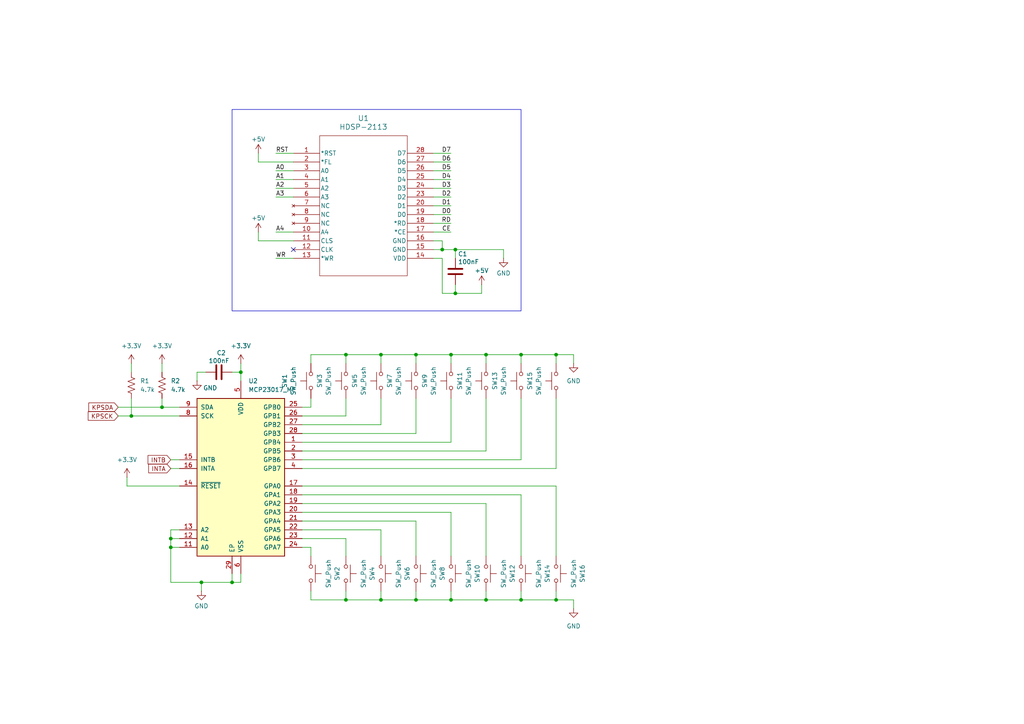
<source format=kicad_sch>
(kicad_sch
	(version 20231120)
	(generator "eeschema")
	(generator_version "8.0")
	(uuid "cfcf0f4a-2f3b-4d13-a83c-27c1a5cc9c45")
	(paper "A4")
	(lib_symbols
		(symbol "Device:C"
			(pin_numbers hide)
			(pin_names
				(offset 0.254)
			)
			(exclude_from_sim no)
			(in_bom yes)
			(on_board yes)
			(property "Reference" "C"
				(at 0.635 2.54 0)
				(effects
					(font
						(size 1.27 1.27)
					)
					(justify left)
				)
			)
			(property "Value" "C"
				(at 0.635 -2.54 0)
				(effects
					(font
						(size 1.27 1.27)
					)
					(justify left)
				)
			)
			(property "Footprint" ""
				(at 0.9652 -3.81 0)
				(effects
					(font
						(size 1.27 1.27)
					)
					(hide yes)
				)
			)
			(property "Datasheet" "~"
				(at 0 0 0)
				(effects
					(font
						(size 1.27 1.27)
					)
					(hide yes)
				)
			)
			(property "Description" "Unpolarized capacitor"
				(at 0 0 0)
				(effects
					(font
						(size 1.27 1.27)
					)
					(hide yes)
				)
			)
			(property "ki_keywords" "cap capacitor"
				(at 0 0 0)
				(effects
					(font
						(size 1.27 1.27)
					)
					(hide yes)
				)
			)
			(property "ki_fp_filters" "C_*"
				(at 0 0 0)
				(effects
					(font
						(size 1.27 1.27)
					)
					(hide yes)
				)
			)
			(symbol "C_0_1"
				(polyline
					(pts
						(xy -2.032 -0.762) (xy 2.032 -0.762)
					)
					(stroke
						(width 0.508)
						(type default)
					)
					(fill
						(type none)
					)
				)
				(polyline
					(pts
						(xy -2.032 0.762) (xy 2.032 0.762)
					)
					(stroke
						(width 0.508)
						(type default)
					)
					(fill
						(type none)
					)
				)
			)
			(symbol "C_1_1"
				(pin passive line
					(at 0 3.81 270)
					(length 2.794)
					(name "~"
						(effects
							(font
								(size 1.27 1.27)
							)
						)
					)
					(number "1"
						(effects
							(font
								(size 1.27 1.27)
							)
						)
					)
				)
				(pin passive line
					(at 0 -3.81 90)
					(length 2.794)
					(name "~"
						(effects
							(font
								(size 1.27 1.27)
							)
						)
					)
					(number "2"
						(effects
							(font
								(size 1.27 1.27)
							)
						)
					)
				)
			)
		)
		(symbol "Device:R_US"
			(pin_numbers hide)
			(pin_names
				(offset 0)
			)
			(exclude_from_sim no)
			(in_bom yes)
			(on_board yes)
			(property "Reference" "R"
				(at 2.54 0 90)
				(effects
					(font
						(size 1.27 1.27)
					)
				)
			)
			(property "Value" "R_US"
				(at -2.54 0 90)
				(effects
					(font
						(size 1.27 1.27)
					)
				)
			)
			(property "Footprint" ""
				(at 1.016 -0.254 90)
				(effects
					(font
						(size 1.27 1.27)
					)
					(hide yes)
				)
			)
			(property "Datasheet" "~"
				(at 0 0 0)
				(effects
					(font
						(size 1.27 1.27)
					)
					(hide yes)
				)
			)
			(property "Description" "Resistor, US symbol"
				(at 0 0 0)
				(effects
					(font
						(size 1.27 1.27)
					)
					(hide yes)
				)
			)
			(property "ki_keywords" "R res resistor"
				(at 0 0 0)
				(effects
					(font
						(size 1.27 1.27)
					)
					(hide yes)
				)
			)
			(property "ki_fp_filters" "R_*"
				(at 0 0 0)
				(effects
					(font
						(size 1.27 1.27)
					)
					(hide yes)
				)
			)
			(symbol "R_US_0_1"
				(polyline
					(pts
						(xy 0 -2.286) (xy 0 -2.54)
					)
					(stroke
						(width 0)
						(type default)
					)
					(fill
						(type none)
					)
				)
				(polyline
					(pts
						(xy 0 2.286) (xy 0 2.54)
					)
					(stroke
						(width 0)
						(type default)
					)
					(fill
						(type none)
					)
				)
				(polyline
					(pts
						(xy 0 -0.762) (xy 1.016 -1.143) (xy 0 -1.524) (xy -1.016 -1.905) (xy 0 -2.286)
					)
					(stroke
						(width 0)
						(type default)
					)
					(fill
						(type none)
					)
				)
				(polyline
					(pts
						(xy 0 0.762) (xy 1.016 0.381) (xy 0 0) (xy -1.016 -0.381) (xy 0 -0.762)
					)
					(stroke
						(width 0)
						(type default)
					)
					(fill
						(type none)
					)
				)
				(polyline
					(pts
						(xy 0 2.286) (xy 1.016 1.905) (xy 0 1.524) (xy -1.016 1.143) (xy 0 0.762)
					)
					(stroke
						(width 0)
						(type default)
					)
					(fill
						(type none)
					)
				)
			)
			(symbol "R_US_1_1"
				(pin passive line
					(at 0 3.81 270)
					(length 1.27)
					(name "~"
						(effects
							(font
								(size 1.27 1.27)
							)
						)
					)
					(number "1"
						(effects
							(font
								(size 1.27 1.27)
							)
						)
					)
				)
				(pin passive line
					(at 0 -3.81 90)
					(length 1.27)
					(name "~"
						(effects
							(font
								(size 1.27 1.27)
							)
						)
					)
					(number "2"
						(effects
							(font
								(size 1.27 1.27)
							)
						)
					)
				)
			)
		)
		(symbol "HDSP_2113:HDSP-2113"
			(pin_names
				(offset 0.254)
			)
			(exclude_from_sim no)
			(in_bom yes)
			(on_board yes)
			(property "Reference" "U"
				(at 20.32 10.16 0)
				(effects
					(font
						(size 1.524 1.524)
					)
				)
			)
			(property "Value" "HDSP-2113"
				(at 20.32 7.62 0)
				(effects
					(font
						(size 1.524 1.524)
					)
				)
			)
			(property "Footprint" "DIP28_HDSP-21XX_BRA"
				(at 0 0 0)
				(effects
					(font
						(size 1.27 1.27)
						(italic yes)
					)
					(hide yes)
				)
			)
			(property "Datasheet" "HDSP-2113"
				(at 0 0 0)
				(effects
					(font
						(size 1.27 1.27)
						(italic yes)
					)
					(hide yes)
				)
			)
			(property "Description" ""
				(at 0 0 0)
				(effects
					(font
						(size 1.27 1.27)
					)
					(hide yes)
				)
			)
			(property "ki_locked" ""
				(at 0 0 0)
				(effects
					(font
						(size 1.27 1.27)
					)
				)
			)
			(property "ki_keywords" "HDSP-2113"
				(at 0 0 0)
				(effects
					(font
						(size 1.27 1.27)
					)
					(hide yes)
				)
			)
			(property "ki_fp_filters" "DIP28_HDSP-21XX_BRA"
				(at 0 0 0)
				(effects
					(font
						(size 1.27 1.27)
					)
					(hide yes)
				)
			)
			(symbol "HDSP-2113_0_1"
				(polyline
					(pts
						(xy 7.62 -35.56) (xy 33.02 -35.56)
					)
					(stroke
						(width 0.127)
						(type default)
					)
					(fill
						(type none)
					)
				)
				(polyline
					(pts
						(xy 7.62 5.08) (xy 7.62 -35.56)
					)
					(stroke
						(width 0.127)
						(type default)
					)
					(fill
						(type none)
					)
				)
				(polyline
					(pts
						(xy 33.02 -35.56) (xy 33.02 5.08)
					)
					(stroke
						(width 0.127)
						(type default)
					)
					(fill
						(type none)
					)
				)
				(polyline
					(pts
						(xy 33.02 5.08) (xy 7.62 5.08)
					)
					(stroke
						(width 0.127)
						(type default)
					)
					(fill
						(type none)
					)
				)
				(pin unspecified line
					(at 0 0 0)
					(length 7.62)
					(name "*RST"
						(effects
							(font
								(size 1.27 1.27)
							)
						)
					)
					(number "1"
						(effects
							(font
								(size 1.27 1.27)
							)
						)
					)
				)
				(pin bidirectional line
					(at 0 -22.86 0)
					(length 7.62)
					(name "A4"
						(effects
							(font
								(size 1.27 1.27)
							)
						)
					)
					(number "10"
						(effects
							(font
								(size 1.27 1.27)
							)
						)
					)
				)
				(pin unspecified line
					(at 0 -25.4 0)
					(length 7.62)
					(name "CLS"
						(effects
							(font
								(size 1.27 1.27)
							)
						)
					)
					(number "11"
						(effects
							(font
								(size 1.27 1.27)
							)
						)
					)
				)
				(pin bidirectional line
					(at 0 -27.94 0)
					(length 7.62)
					(name "CLK"
						(effects
							(font
								(size 1.27 1.27)
							)
						)
					)
					(number "12"
						(effects
							(font
								(size 1.27 1.27)
							)
						)
					)
				)
				(pin input line
					(at 0 -30.48 0)
					(length 7.62)
					(name "*WR"
						(effects
							(font
								(size 1.27 1.27)
							)
						)
					)
					(number "13"
						(effects
							(font
								(size 1.27 1.27)
							)
						)
					)
				)
				(pin power_in line
					(at 40.64 -30.48 180)
					(length 7.62)
					(name "VDD"
						(effects
							(font
								(size 1.27 1.27)
							)
						)
					)
					(number "14"
						(effects
							(font
								(size 1.27 1.27)
							)
						)
					)
				)
				(pin power_out line
					(at 40.64 -27.94 180)
					(length 7.62)
					(name "GND"
						(effects
							(font
								(size 1.27 1.27)
							)
						)
					)
					(number "15"
						(effects
							(font
								(size 1.27 1.27)
							)
						)
					)
				)
				(pin power_out line
					(at 40.64 -25.4 180)
					(length 7.62)
					(name "GND"
						(effects
							(font
								(size 1.27 1.27)
							)
						)
					)
					(number "16"
						(effects
							(font
								(size 1.27 1.27)
							)
						)
					)
				)
				(pin unspecified line
					(at 40.64 -22.86 180)
					(length 7.62)
					(name "*CE"
						(effects
							(font
								(size 1.27 1.27)
							)
						)
					)
					(number "17"
						(effects
							(font
								(size 1.27 1.27)
							)
						)
					)
				)
				(pin unspecified line
					(at 40.64 -20.32 180)
					(length 7.62)
					(name "*RD"
						(effects
							(font
								(size 1.27 1.27)
							)
						)
					)
					(number "18"
						(effects
							(font
								(size 1.27 1.27)
							)
						)
					)
				)
				(pin bidirectional line
					(at 40.64 -17.78 180)
					(length 7.62)
					(name "D0"
						(effects
							(font
								(size 1.27 1.27)
							)
						)
					)
					(number "19"
						(effects
							(font
								(size 1.27 1.27)
							)
						)
					)
				)
				(pin unspecified line
					(at 0 -2.54 0)
					(length 7.62)
					(name "*FL"
						(effects
							(font
								(size 1.27 1.27)
							)
						)
					)
					(number "2"
						(effects
							(font
								(size 1.27 1.27)
							)
						)
					)
				)
				(pin bidirectional line
					(at 40.64 -15.24 180)
					(length 7.62)
					(name "D1"
						(effects
							(font
								(size 1.27 1.27)
							)
						)
					)
					(number "20"
						(effects
							(font
								(size 1.27 1.27)
							)
						)
					)
				)
				(pin bidirectional line
					(at 40.64 -12.7 180)
					(length 7.62)
					(name "D2"
						(effects
							(font
								(size 1.27 1.27)
							)
						)
					)
					(number "23"
						(effects
							(font
								(size 1.27 1.27)
							)
						)
					)
				)
				(pin bidirectional line
					(at 40.64 -10.16 180)
					(length 7.62)
					(name "D3"
						(effects
							(font
								(size 1.27 1.27)
							)
						)
					)
					(number "24"
						(effects
							(font
								(size 1.27 1.27)
							)
						)
					)
				)
				(pin bidirectional line
					(at 40.64 -7.62 180)
					(length 7.62)
					(name "D4"
						(effects
							(font
								(size 1.27 1.27)
							)
						)
					)
					(number "25"
						(effects
							(font
								(size 1.27 1.27)
							)
						)
					)
				)
				(pin bidirectional line
					(at 40.64 -5.08 180)
					(length 7.62)
					(name "D5"
						(effects
							(font
								(size 1.27 1.27)
							)
						)
					)
					(number "26"
						(effects
							(font
								(size 1.27 1.27)
							)
						)
					)
				)
				(pin bidirectional line
					(at 40.64 -2.54 180)
					(length 7.62)
					(name "D6"
						(effects
							(font
								(size 1.27 1.27)
							)
						)
					)
					(number "27"
						(effects
							(font
								(size 1.27 1.27)
							)
						)
					)
				)
				(pin bidirectional line
					(at 40.64 0 180)
					(length 7.62)
					(name "D7"
						(effects
							(font
								(size 1.27 1.27)
							)
						)
					)
					(number "28"
						(effects
							(font
								(size 1.27 1.27)
							)
						)
					)
				)
				(pin input line
					(at 0 -5.08 0)
					(length 7.62)
					(name "A0"
						(effects
							(font
								(size 1.27 1.27)
							)
						)
					)
					(number "3"
						(effects
							(font
								(size 1.27 1.27)
							)
						)
					)
				)
				(pin input line
					(at 0 -7.62 0)
					(length 7.62)
					(name "A1"
						(effects
							(font
								(size 1.27 1.27)
							)
						)
					)
					(number "4"
						(effects
							(font
								(size 1.27 1.27)
							)
						)
					)
				)
				(pin input line
					(at 0 -10.16 0)
					(length 7.62)
					(name "A2"
						(effects
							(font
								(size 1.27 1.27)
							)
						)
					)
					(number "5"
						(effects
							(font
								(size 1.27 1.27)
							)
						)
					)
				)
				(pin input line
					(at 0 -12.7 0)
					(length 7.62)
					(name "A3"
						(effects
							(font
								(size 1.27 1.27)
							)
						)
					)
					(number "6"
						(effects
							(font
								(size 1.27 1.27)
							)
						)
					)
				)
				(pin no_connect line
					(at 0 -15.24 0)
					(length 7.62)
					(name "NC"
						(effects
							(font
								(size 1.27 1.27)
							)
						)
					)
					(number "7"
						(effects
							(font
								(size 1.27 1.27)
							)
						)
					)
				)
				(pin no_connect line
					(at 0 -17.78 0)
					(length 7.62)
					(name "NC"
						(effects
							(font
								(size 1.27 1.27)
							)
						)
					)
					(number "8"
						(effects
							(font
								(size 1.27 1.27)
							)
						)
					)
				)
				(pin no_connect line
					(at 0 -20.32 0)
					(length 7.62)
					(name "NC"
						(effects
							(font
								(size 1.27 1.27)
							)
						)
					)
					(number "9"
						(effects
							(font
								(size 1.27 1.27)
							)
						)
					)
				)
			)
		)
		(symbol "Interface_Expansion:MCP23017_ML"
			(pin_names
				(offset 1.016)
			)
			(exclude_from_sim no)
			(in_bom yes)
			(on_board yes)
			(property "Reference" "U"
				(at -11.43 24.13 0)
				(effects
					(font
						(size 1.27 1.27)
					)
				)
			)
			(property "Value" "MCP23017_ML"
				(at 0 0 0)
				(effects
					(font
						(size 1.27 1.27)
					)
				)
			)
			(property "Footprint" "Package_DFN_QFN:QFN-28-1EP_6x6mm_P0.65mm_EP4.25x4.25mm"
				(at 5.08 -25.4 0)
				(effects
					(font
						(size 1.27 1.27)
					)
					(justify left)
					(hide yes)
				)
			)
			(property "Datasheet" "http://ww1.microchip.com/downloads/en/DeviceDoc/20001952C.pdf"
				(at 5.08 -27.94 0)
				(effects
					(font
						(size 1.27 1.27)
					)
					(justify left)
					(hide yes)
				)
			)
			(property "Description" "16-bit I/O expander, I2C, interrupts, w pull-ups, QFN-28"
				(at 0 0 0)
				(effects
					(font
						(size 1.27 1.27)
					)
					(hide yes)
				)
			)
			(property "ki_keywords" "I2C parallel port expander"
				(at 0 0 0)
				(effects
					(font
						(size 1.27 1.27)
					)
					(hide yes)
				)
			)
			(property "ki_fp_filters" "QFN*6x6mm*P0.65mm*"
				(at 0 0 0)
				(effects
					(font
						(size 1.27 1.27)
					)
					(hide yes)
				)
			)
			(symbol "MCP23017_ML_0_1"
				(rectangle
					(start -12.7 22.86)
					(end 12.7 -22.86)
					(stroke
						(width 0.254)
						(type default)
					)
					(fill
						(type background)
					)
				)
			)
			(symbol "MCP23017_ML_1_1"
				(pin bidirectional line
					(at 17.78 10.16 180)
					(length 5.08)
					(name "GPB4"
						(effects
							(font
								(size 1.27 1.27)
							)
						)
					)
					(number "1"
						(effects
							(font
								(size 1.27 1.27)
							)
						)
					)
				)
				(pin no_connect line
					(at -12.7 12.7 0)
					(length 5.08) hide
					(name "NC"
						(effects
							(font
								(size 1.27 1.27)
							)
						)
					)
					(number "10"
						(effects
							(font
								(size 1.27 1.27)
							)
						)
					)
				)
				(pin input line
					(at -17.78 -20.32 0)
					(length 5.08)
					(name "A0"
						(effects
							(font
								(size 1.27 1.27)
							)
						)
					)
					(number "11"
						(effects
							(font
								(size 1.27 1.27)
							)
						)
					)
				)
				(pin input line
					(at -17.78 -17.78 0)
					(length 5.08)
					(name "A1"
						(effects
							(font
								(size 1.27 1.27)
							)
						)
					)
					(number "12"
						(effects
							(font
								(size 1.27 1.27)
							)
						)
					)
				)
				(pin input line
					(at -17.78 -15.24 0)
					(length 5.08)
					(name "A2"
						(effects
							(font
								(size 1.27 1.27)
							)
						)
					)
					(number "13"
						(effects
							(font
								(size 1.27 1.27)
							)
						)
					)
				)
				(pin input line
					(at -17.78 -2.54 0)
					(length 5.08)
					(name "~{RESET}"
						(effects
							(font
								(size 1.27 1.27)
							)
						)
					)
					(number "14"
						(effects
							(font
								(size 1.27 1.27)
							)
						)
					)
				)
				(pin tri_state line
					(at -17.78 5.08 0)
					(length 5.08)
					(name "INTB"
						(effects
							(font
								(size 1.27 1.27)
							)
						)
					)
					(number "15"
						(effects
							(font
								(size 1.27 1.27)
							)
						)
					)
				)
				(pin tri_state line
					(at -17.78 2.54 0)
					(length 5.08)
					(name "INTA"
						(effects
							(font
								(size 1.27 1.27)
							)
						)
					)
					(number "16"
						(effects
							(font
								(size 1.27 1.27)
							)
						)
					)
				)
				(pin bidirectional line
					(at 17.78 -2.54 180)
					(length 5.08)
					(name "GPA0"
						(effects
							(font
								(size 1.27 1.27)
							)
						)
					)
					(number "17"
						(effects
							(font
								(size 1.27 1.27)
							)
						)
					)
				)
				(pin bidirectional line
					(at 17.78 -5.08 180)
					(length 5.08)
					(name "GPA1"
						(effects
							(font
								(size 1.27 1.27)
							)
						)
					)
					(number "18"
						(effects
							(font
								(size 1.27 1.27)
							)
						)
					)
				)
				(pin bidirectional line
					(at 17.78 -7.62 180)
					(length 5.08)
					(name "GPA2"
						(effects
							(font
								(size 1.27 1.27)
							)
						)
					)
					(number "19"
						(effects
							(font
								(size 1.27 1.27)
							)
						)
					)
				)
				(pin bidirectional line
					(at 17.78 7.62 180)
					(length 5.08)
					(name "GPB5"
						(effects
							(font
								(size 1.27 1.27)
							)
						)
					)
					(number "2"
						(effects
							(font
								(size 1.27 1.27)
							)
						)
					)
				)
				(pin bidirectional line
					(at 17.78 -10.16 180)
					(length 5.08)
					(name "GPA3"
						(effects
							(font
								(size 1.27 1.27)
							)
						)
					)
					(number "20"
						(effects
							(font
								(size 1.27 1.27)
							)
						)
					)
				)
				(pin bidirectional line
					(at 17.78 -12.7 180)
					(length 5.08)
					(name "GPA4"
						(effects
							(font
								(size 1.27 1.27)
							)
						)
					)
					(number "21"
						(effects
							(font
								(size 1.27 1.27)
							)
						)
					)
				)
				(pin bidirectional line
					(at 17.78 -15.24 180)
					(length 5.08)
					(name "GPA5"
						(effects
							(font
								(size 1.27 1.27)
							)
						)
					)
					(number "22"
						(effects
							(font
								(size 1.27 1.27)
							)
						)
					)
				)
				(pin bidirectional line
					(at 17.78 -17.78 180)
					(length 5.08)
					(name "GPA6"
						(effects
							(font
								(size 1.27 1.27)
							)
						)
					)
					(number "23"
						(effects
							(font
								(size 1.27 1.27)
							)
						)
					)
				)
				(pin bidirectional line
					(at 17.78 -20.32 180)
					(length 5.08)
					(name "GPA7"
						(effects
							(font
								(size 1.27 1.27)
							)
						)
					)
					(number "24"
						(effects
							(font
								(size 1.27 1.27)
							)
						)
					)
				)
				(pin bidirectional line
					(at 17.78 20.32 180)
					(length 5.08)
					(name "GPB0"
						(effects
							(font
								(size 1.27 1.27)
							)
						)
					)
					(number "25"
						(effects
							(font
								(size 1.27 1.27)
							)
						)
					)
				)
				(pin bidirectional line
					(at 17.78 17.78 180)
					(length 5.08)
					(name "GPB1"
						(effects
							(font
								(size 1.27 1.27)
							)
						)
					)
					(number "26"
						(effects
							(font
								(size 1.27 1.27)
							)
						)
					)
				)
				(pin bidirectional line
					(at 17.78 15.24 180)
					(length 5.08)
					(name "GPB2"
						(effects
							(font
								(size 1.27 1.27)
							)
						)
					)
					(number "27"
						(effects
							(font
								(size 1.27 1.27)
							)
						)
					)
				)
				(pin bidirectional line
					(at 17.78 12.7 180)
					(length 5.08)
					(name "GPB3"
						(effects
							(font
								(size 1.27 1.27)
							)
						)
					)
					(number "28"
						(effects
							(font
								(size 1.27 1.27)
							)
						)
					)
				)
				(pin passive line
					(at -2.54 -27.94 90)
					(length 5.08)
					(name "EP"
						(effects
							(font
								(size 1.27 1.27)
							)
						)
					)
					(number "29"
						(effects
							(font
								(size 1.27 1.27)
							)
						)
					)
				)
				(pin bidirectional line
					(at 17.78 5.08 180)
					(length 5.08)
					(name "GPB6"
						(effects
							(font
								(size 1.27 1.27)
							)
						)
					)
					(number "3"
						(effects
							(font
								(size 1.27 1.27)
							)
						)
					)
				)
				(pin bidirectional line
					(at 17.78 2.54 180)
					(length 5.08)
					(name "GPB7"
						(effects
							(font
								(size 1.27 1.27)
							)
						)
					)
					(number "4"
						(effects
							(font
								(size 1.27 1.27)
							)
						)
					)
				)
				(pin power_in line
					(at 0 27.94 270)
					(length 5.08)
					(name "VDD"
						(effects
							(font
								(size 1.27 1.27)
							)
						)
					)
					(number "5"
						(effects
							(font
								(size 1.27 1.27)
							)
						)
					)
				)
				(pin power_in line
					(at 0 -27.94 90)
					(length 5.08)
					(name "VSS"
						(effects
							(font
								(size 1.27 1.27)
							)
						)
					)
					(number "6"
						(effects
							(font
								(size 1.27 1.27)
							)
						)
					)
				)
				(pin no_connect line
					(at -12.7 15.24 0)
					(length 5.08) hide
					(name "NC"
						(effects
							(font
								(size 1.27 1.27)
							)
						)
					)
					(number "7"
						(effects
							(font
								(size 1.27 1.27)
							)
						)
					)
				)
				(pin input line
					(at -17.78 17.78 0)
					(length 5.08)
					(name "SCK"
						(effects
							(font
								(size 1.27 1.27)
							)
						)
					)
					(number "8"
						(effects
							(font
								(size 1.27 1.27)
							)
						)
					)
				)
				(pin bidirectional line
					(at -17.78 20.32 0)
					(length 5.08)
					(name "SDA"
						(effects
							(font
								(size 1.27 1.27)
							)
						)
					)
					(number "9"
						(effects
							(font
								(size 1.27 1.27)
							)
						)
					)
				)
			)
		)
		(symbol "Switch:SW_Push"
			(pin_numbers hide)
			(pin_names
				(offset 1.016) hide)
			(exclude_from_sim no)
			(in_bom yes)
			(on_board yes)
			(property "Reference" "SW"
				(at 1.27 2.54 0)
				(effects
					(font
						(size 1.27 1.27)
					)
					(justify left)
				)
			)
			(property "Value" "SW_Push"
				(at 0 -1.524 0)
				(effects
					(font
						(size 1.27 1.27)
					)
				)
			)
			(property "Footprint" ""
				(at 0 5.08 0)
				(effects
					(font
						(size 1.27 1.27)
					)
					(hide yes)
				)
			)
			(property "Datasheet" "~"
				(at 0 5.08 0)
				(effects
					(font
						(size 1.27 1.27)
					)
					(hide yes)
				)
			)
			(property "Description" "Push button switch, generic, two pins"
				(at 0 0 0)
				(effects
					(font
						(size 1.27 1.27)
					)
					(hide yes)
				)
			)
			(property "ki_keywords" "switch normally-open pushbutton push-button"
				(at 0 0 0)
				(effects
					(font
						(size 1.27 1.27)
					)
					(hide yes)
				)
			)
			(symbol "SW_Push_0_1"
				(circle
					(center -2.032 0)
					(radius 0.508)
					(stroke
						(width 0)
						(type default)
					)
					(fill
						(type none)
					)
				)
				(polyline
					(pts
						(xy 0 1.27) (xy 0 3.048)
					)
					(stroke
						(width 0)
						(type default)
					)
					(fill
						(type none)
					)
				)
				(polyline
					(pts
						(xy 2.54 1.27) (xy -2.54 1.27)
					)
					(stroke
						(width 0)
						(type default)
					)
					(fill
						(type none)
					)
				)
				(circle
					(center 2.032 0)
					(radius 0.508)
					(stroke
						(width 0)
						(type default)
					)
					(fill
						(type none)
					)
				)
				(pin passive line
					(at -5.08 0 0)
					(length 2.54)
					(name "1"
						(effects
							(font
								(size 1.27 1.27)
							)
						)
					)
					(number "1"
						(effects
							(font
								(size 1.27 1.27)
							)
						)
					)
				)
				(pin passive line
					(at 5.08 0 180)
					(length 2.54)
					(name "2"
						(effects
							(font
								(size 1.27 1.27)
							)
						)
					)
					(number "2"
						(effects
							(font
								(size 1.27 1.27)
							)
						)
					)
				)
			)
		)
		(symbol "power:+3.3V"
			(power)
			(pin_numbers hide)
			(pin_names
				(offset 0) hide)
			(exclude_from_sim no)
			(in_bom yes)
			(on_board yes)
			(property "Reference" "#PWR"
				(at 0 -3.81 0)
				(effects
					(font
						(size 1.27 1.27)
					)
					(hide yes)
				)
			)
			(property "Value" "+3.3V"
				(at 0 3.556 0)
				(effects
					(font
						(size 1.27 1.27)
					)
				)
			)
			(property "Footprint" ""
				(at 0 0 0)
				(effects
					(font
						(size 1.27 1.27)
					)
					(hide yes)
				)
			)
			(property "Datasheet" ""
				(at 0 0 0)
				(effects
					(font
						(size 1.27 1.27)
					)
					(hide yes)
				)
			)
			(property "Description" "Power symbol creates a global label with name \"+3.3V\""
				(at 0 0 0)
				(effects
					(font
						(size 1.27 1.27)
					)
					(hide yes)
				)
			)
			(property "ki_keywords" "global power"
				(at 0 0 0)
				(effects
					(font
						(size 1.27 1.27)
					)
					(hide yes)
				)
			)
			(symbol "+3.3V_0_1"
				(polyline
					(pts
						(xy -0.762 1.27) (xy 0 2.54)
					)
					(stroke
						(width 0)
						(type default)
					)
					(fill
						(type none)
					)
				)
				(polyline
					(pts
						(xy 0 0) (xy 0 2.54)
					)
					(stroke
						(width 0)
						(type default)
					)
					(fill
						(type none)
					)
				)
				(polyline
					(pts
						(xy 0 2.54) (xy 0.762 1.27)
					)
					(stroke
						(width 0)
						(type default)
					)
					(fill
						(type none)
					)
				)
			)
			(symbol "+3.3V_1_1"
				(pin power_in line
					(at 0 0 90)
					(length 0)
					(name "~"
						(effects
							(font
								(size 1.27 1.27)
							)
						)
					)
					(number "1"
						(effects
							(font
								(size 1.27 1.27)
							)
						)
					)
				)
			)
		)
		(symbol "power:+5V"
			(power)
			(pin_numbers hide)
			(pin_names
				(offset 0) hide)
			(exclude_from_sim no)
			(in_bom yes)
			(on_board yes)
			(property "Reference" "#PWR"
				(at 0 -3.81 0)
				(effects
					(font
						(size 1.27 1.27)
					)
					(hide yes)
				)
			)
			(property "Value" "+5V"
				(at 0 3.556 0)
				(effects
					(font
						(size 1.27 1.27)
					)
				)
			)
			(property "Footprint" ""
				(at 0 0 0)
				(effects
					(font
						(size 1.27 1.27)
					)
					(hide yes)
				)
			)
			(property "Datasheet" ""
				(at 0 0 0)
				(effects
					(font
						(size 1.27 1.27)
					)
					(hide yes)
				)
			)
			(property "Description" "Power symbol creates a global label with name \"+5V\""
				(at 0 0 0)
				(effects
					(font
						(size 1.27 1.27)
					)
					(hide yes)
				)
			)
			(property "ki_keywords" "global power"
				(at 0 0 0)
				(effects
					(font
						(size 1.27 1.27)
					)
					(hide yes)
				)
			)
			(symbol "+5V_0_1"
				(polyline
					(pts
						(xy -0.762 1.27) (xy 0 2.54)
					)
					(stroke
						(width 0)
						(type default)
					)
					(fill
						(type none)
					)
				)
				(polyline
					(pts
						(xy 0 0) (xy 0 2.54)
					)
					(stroke
						(width 0)
						(type default)
					)
					(fill
						(type none)
					)
				)
				(polyline
					(pts
						(xy 0 2.54) (xy 0.762 1.27)
					)
					(stroke
						(width 0)
						(type default)
					)
					(fill
						(type none)
					)
				)
			)
			(symbol "+5V_1_1"
				(pin power_in line
					(at 0 0 90)
					(length 0)
					(name "~"
						(effects
							(font
								(size 1.27 1.27)
							)
						)
					)
					(number "1"
						(effects
							(font
								(size 1.27 1.27)
							)
						)
					)
				)
			)
		)
		(symbol "power:GND"
			(power)
			(pin_numbers hide)
			(pin_names
				(offset 0) hide)
			(exclude_from_sim no)
			(in_bom yes)
			(on_board yes)
			(property "Reference" "#PWR"
				(at 0 -6.35 0)
				(effects
					(font
						(size 1.27 1.27)
					)
					(hide yes)
				)
			)
			(property "Value" "GND"
				(at 0 -3.81 0)
				(effects
					(font
						(size 1.27 1.27)
					)
				)
			)
			(property "Footprint" ""
				(at 0 0 0)
				(effects
					(font
						(size 1.27 1.27)
					)
					(hide yes)
				)
			)
			(property "Datasheet" ""
				(at 0 0 0)
				(effects
					(font
						(size 1.27 1.27)
					)
					(hide yes)
				)
			)
			(property "Description" "Power symbol creates a global label with name \"GND\" , ground"
				(at 0 0 0)
				(effects
					(font
						(size 1.27 1.27)
					)
					(hide yes)
				)
			)
			(property "ki_keywords" "global power"
				(at 0 0 0)
				(effects
					(font
						(size 1.27 1.27)
					)
					(hide yes)
				)
			)
			(symbol "GND_0_1"
				(polyline
					(pts
						(xy 0 0) (xy 0 -1.27) (xy 1.27 -1.27) (xy 0 -2.54) (xy -1.27 -1.27) (xy 0 -1.27)
					)
					(stroke
						(width 0)
						(type default)
					)
					(fill
						(type none)
					)
				)
			)
			(symbol "GND_1_1"
				(pin power_in line
					(at 0 0 270)
					(length 0)
					(name "~"
						(effects
							(font
								(size 1.27 1.27)
							)
						)
					)
					(number "1"
						(effects
							(font
								(size 1.27 1.27)
							)
						)
					)
				)
			)
		)
	)
	(junction
		(at 161.29 102.87)
		(diameter 0)
		(color 0 0 0 0)
		(uuid "19862357-abcb-4c0a-8a26-477506b9a25e")
	)
	(junction
		(at 46.99 118.11)
		(diameter 0)
		(color 0 0 0 0)
		(uuid "1e313160-28d7-42e2-b155-34edede59a5a")
	)
	(junction
		(at 67.31 168.91)
		(diameter 0)
		(color 0 0 0 0)
		(uuid "21160b2f-f3b2-4010-9ad2-2a5646068d08")
	)
	(junction
		(at 140.97 173.99)
		(diameter 0)
		(color 0 0 0 0)
		(uuid "274f651b-58ef-4036-abc6-65d8173966c2")
	)
	(junction
		(at 130.81 173.99)
		(diameter 0)
		(color 0 0 0 0)
		(uuid "2e4e56a7-368b-42e9-b059-98ac4204db25")
	)
	(junction
		(at 110.49 102.87)
		(diameter 0)
		(color 0 0 0 0)
		(uuid "325b16d1-af26-4e83-9d2e-242b65a46a8f")
	)
	(junction
		(at 110.49 173.99)
		(diameter 0)
		(color 0 0 0 0)
		(uuid "4df0c8c6-8293-48f2-bef3-94788c307ab4")
	)
	(junction
		(at 49.53 156.21)
		(diameter 0)
		(color 0 0 0 0)
		(uuid "4df5e313-9f44-4b9a-a277-2ca4118cd6a6")
	)
	(junction
		(at 100.33 173.99)
		(diameter 0)
		(color 0 0 0 0)
		(uuid "4ef8a751-a573-41a3-9bc9-00e68c0738fc")
	)
	(junction
		(at 100.33 102.87)
		(diameter 0)
		(color 0 0 0 0)
		(uuid "51f70dbc-2b25-4f62-a71d-6ace3564841e")
	)
	(junction
		(at 120.65 102.87)
		(diameter 0)
		(color 0 0 0 0)
		(uuid "54e31136-efae-4cce-9f43-f9daf266b8b6")
	)
	(junction
		(at 132.08 85.09)
		(diameter 0)
		(color 0 0 0 0)
		(uuid "61c241c7-8e12-4f41-a0d2-8e05e0afb863")
	)
	(junction
		(at 58.42 168.91)
		(diameter 0)
		(color 0 0 0 0)
		(uuid "646a1a62-2a05-497d-acaf-172c5e82e453")
	)
	(junction
		(at 140.97 102.87)
		(diameter 0)
		(color 0 0 0 0)
		(uuid "6858063b-4514-4ca6-80ca-0dda0c3e8123")
	)
	(junction
		(at 151.13 173.99)
		(diameter 0)
		(color 0 0 0 0)
		(uuid "9e6424fb-2f13-46b4-833f-ce72e209b220")
	)
	(junction
		(at 38.1 120.65)
		(diameter 0)
		(color 0 0 0 0)
		(uuid "9f3ea3e2-f025-487c-ae18-3347eff747bb")
	)
	(junction
		(at 130.81 102.87)
		(diameter 0)
		(color 0 0 0 0)
		(uuid "b6268e2e-e181-41b5-b5fa-6fbb96f1b745")
	)
	(junction
		(at 128.27 72.39)
		(diameter 0)
		(color 0 0 0 0)
		(uuid "b72797e8-9f4b-4f59-bd62-b19b92e406da")
	)
	(junction
		(at 151.13 102.87)
		(diameter 0)
		(color 0 0 0 0)
		(uuid "c12eccd3-8a63-46d3-a8f5-ace7098866cc")
	)
	(junction
		(at 161.29 173.99)
		(diameter 0)
		(color 0 0 0 0)
		(uuid "c5581530-16fc-4441-b7d8-67c798bcea3a")
	)
	(junction
		(at 132.08 72.39)
		(diameter 0)
		(color 0 0 0 0)
		(uuid "d8f2e8fe-d259-4fd7-8c55-a22520cdd54b")
	)
	(junction
		(at 69.85 107.95)
		(diameter 0)
		(color 0 0 0 0)
		(uuid "e2a69d2f-1db1-471b-a0f0-e2b2d3f496d0")
	)
	(junction
		(at 120.65 173.99)
		(diameter 0)
		(color 0 0 0 0)
		(uuid "e6cddb22-0d7e-4386-b0d3-7800fd9d1c23")
	)
	(junction
		(at 49.53 158.75)
		(diameter 0)
		(color 0 0 0 0)
		(uuid "ecbf5769-acf6-47ca-b484-3b1af7cc1755")
	)
	(no_connect
		(at 85.09 72.39)
		(uuid "51fb3ac3-705c-4494-8540-3b4db7ae2f35")
	)
	(wire
		(pts
			(xy 80.01 44.45) (xy 85.09 44.45)
		)
		(stroke
			(width 0)
			(type default)
		)
		(uuid "00a932e3-16d5-4a6e-8cd1-84ae2f2cffaa")
	)
	(wire
		(pts
			(xy 120.65 102.87) (xy 120.65 105.41)
		)
		(stroke
			(width 0)
			(type default)
		)
		(uuid "041837e5-2e74-4cb2-8fbb-c8833e3b258b")
	)
	(wire
		(pts
			(xy 151.13 143.51) (xy 87.63 143.51)
		)
		(stroke
			(width 0)
			(type default)
		)
		(uuid "046cd362-6bcb-4f19-974c-3efb8a87a18a")
	)
	(wire
		(pts
			(xy 90.17 173.99) (xy 100.33 173.99)
		)
		(stroke
			(width 0)
			(type default)
		)
		(uuid "08b257c9-46f4-427f-90d7-8aba64643541")
	)
	(wire
		(pts
			(xy 130.81 173.99) (xy 140.97 173.99)
		)
		(stroke
			(width 0)
			(type default)
		)
		(uuid "0a6e83ca-2afc-4a7e-ba7d-18c78b725341")
	)
	(wire
		(pts
			(xy 74.93 44.45) (xy 74.93 46.99)
		)
		(stroke
			(width 0)
			(type default)
		)
		(uuid "0d239e69-da87-4844-bee1-16a97059ff9f")
	)
	(wire
		(pts
			(xy 110.49 105.41) (xy 110.49 102.87)
		)
		(stroke
			(width 0)
			(type default)
		)
		(uuid "100850bc-8180-49cf-8796-706d5be81e1c")
	)
	(wire
		(pts
			(xy 125.73 54.61) (xy 130.81 54.61)
		)
		(stroke
			(width 0)
			(type default)
		)
		(uuid "106bec1a-7f96-4a44-b644-b58b0ab26822")
	)
	(wire
		(pts
			(xy 120.65 173.99) (xy 130.81 173.99)
		)
		(stroke
			(width 0)
			(type default)
		)
		(uuid "111feed3-681c-4f24-9033-9d829c9d00af")
	)
	(wire
		(pts
			(xy 130.81 102.87) (xy 130.81 105.41)
		)
		(stroke
			(width 0)
			(type default)
		)
		(uuid "1283d341-cba8-44d8-84eb-10d69109b1ba")
	)
	(wire
		(pts
			(xy 120.65 102.87) (xy 130.81 102.87)
		)
		(stroke
			(width 0)
			(type default)
		)
		(uuid "135de662-2b43-44b1-a2a2-ec7cb5ad3f92")
	)
	(wire
		(pts
			(xy 69.85 105.41) (xy 69.85 107.95)
		)
		(stroke
			(width 0)
			(type default)
		)
		(uuid "158bbf7d-c130-4abf-bc02-68aaf36e0ab5")
	)
	(wire
		(pts
			(xy 57.15 107.95) (xy 59.69 107.95)
		)
		(stroke
			(width 0)
			(type default)
		)
		(uuid "1a706476-f9c8-44c2-b363-2b22c8b439e6")
	)
	(wire
		(pts
			(xy 87.63 140.97) (xy 161.29 140.97)
		)
		(stroke
			(width 0)
			(type default)
		)
		(uuid "1b78fe2b-1616-4fa8-a210-81f273ec8eb1")
	)
	(wire
		(pts
			(xy 125.73 72.39) (xy 128.27 72.39)
		)
		(stroke
			(width 0)
			(type default)
		)
		(uuid "1de8a720-bf63-431e-8407-f9750b381b86")
	)
	(wire
		(pts
			(xy 110.49 102.87) (xy 120.65 102.87)
		)
		(stroke
			(width 0)
			(type default)
		)
		(uuid "1fde4295-9006-4309-8fcf-1f3674710efb")
	)
	(wire
		(pts
			(xy 52.07 153.67) (xy 49.53 153.67)
		)
		(stroke
			(width 0)
			(type default)
		)
		(uuid "20982b7d-3cfa-4fd9-b8d0-c7f404c1926b")
	)
	(wire
		(pts
			(xy 110.49 171.45) (xy 110.49 173.99)
		)
		(stroke
			(width 0)
			(type default)
		)
		(uuid "238c3a6e-d809-4133-a319-992966488009")
	)
	(wire
		(pts
			(xy 128.27 85.09) (xy 128.27 74.93)
		)
		(stroke
			(width 0)
			(type default)
		)
		(uuid "257f846a-a73c-42c2-8ec7-57c8cd75ad74")
	)
	(wire
		(pts
			(xy 125.73 57.15) (xy 130.81 57.15)
		)
		(stroke
			(width 0)
			(type default)
		)
		(uuid "25b05065-402d-4385-87f6-51cd84a6fa23")
	)
	(wire
		(pts
			(xy 87.63 118.11) (xy 90.17 118.11)
		)
		(stroke
			(width 0)
			(type default)
		)
		(uuid "268b1149-d8a5-4b37-8cf3-fcc18f1c3669")
	)
	(wire
		(pts
			(xy 38.1 105.41) (xy 38.1 107.95)
		)
		(stroke
			(width 0)
			(type default)
		)
		(uuid "26f40400-6adb-4b83-824f-d92ae78d5fa7")
	)
	(wire
		(pts
			(xy 58.42 168.91) (xy 67.31 168.91)
		)
		(stroke
			(width 0)
			(type default)
		)
		(uuid "27095e7f-117f-4716-b0e7-1ab91c9f9ce6")
	)
	(wire
		(pts
			(xy 161.29 115.57) (xy 161.29 135.89)
		)
		(stroke
			(width 0)
			(type default)
		)
		(uuid "2aaaf205-9aef-426f-913f-b24357de8b9b")
	)
	(wire
		(pts
			(xy 120.65 171.45) (xy 120.65 173.99)
		)
		(stroke
			(width 0)
			(type default)
		)
		(uuid "2b90a3f2-4a00-4c58-8d21-b3e3f97e6cc8")
	)
	(wire
		(pts
			(xy 67.31 166.37) (xy 67.31 168.91)
		)
		(stroke
			(width 0)
			(type default)
		)
		(uuid "2de88e76-7cad-4be7-bc8d-95196d316343")
	)
	(wire
		(pts
			(xy 80.01 54.61) (xy 85.09 54.61)
		)
		(stroke
			(width 0)
			(type default)
		)
		(uuid "300d7653-ee5f-41bf-8eb4-4733b71e5670")
	)
	(wire
		(pts
			(xy 120.65 151.13) (xy 120.65 161.29)
		)
		(stroke
			(width 0)
			(type default)
		)
		(uuid "31189ab9-0f52-4bcd-b7bf-12ed43a724c9")
	)
	(wire
		(pts
			(xy 67.31 107.95) (xy 69.85 107.95)
		)
		(stroke
			(width 0)
			(type default)
		)
		(uuid "32a5a36a-da0b-4237-8e7a-1fb9578dfe97")
	)
	(wire
		(pts
			(xy 80.01 49.53) (xy 85.09 49.53)
		)
		(stroke
			(width 0)
			(type default)
		)
		(uuid "358ef00a-d66c-48e3-9ce0-1c27e1c2ced4")
	)
	(wire
		(pts
			(xy 87.63 125.73) (xy 120.65 125.73)
		)
		(stroke
			(width 0)
			(type default)
		)
		(uuid "395980df-26a2-4927-a42a-3ee07ed6c85a")
	)
	(wire
		(pts
			(xy 87.63 158.75) (xy 90.17 158.75)
		)
		(stroke
			(width 0)
			(type default)
		)
		(uuid "3b347652-e48a-4f77-8302-5d23072eeaf2")
	)
	(wire
		(pts
			(xy 146.05 72.39) (xy 146.05 74.93)
		)
		(stroke
			(width 0)
			(type default)
		)
		(uuid "3beb9b53-c8c5-4112-98bd-790eb7f8afc4")
	)
	(wire
		(pts
			(xy 90.17 105.41) (xy 90.17 102.87)
		)
		(stroke
			(width 0)
			(type default)
		)
		(uuid "3ff4d6bb-5f50-48c0-acd4-af06d64dea1d")
	)
	(wire
		(pts
			(xy 34.29 120.65) (xy 38.1 120.65)
		)
		(stroke
			(width 0)
			(type default)
		)
		(uuid "41514c75-05bf-4799-b037-ad260f828162")
	)
	(wire
		(pts
			(xy 132.08 72.39) (xy 146.05 72.39)
		)
		(stroke
			(width 0)
			(type default)
		)
		(uuid "425e53b8-4eff-4e51-908a-196873425a98")
	)
	(wire
		(pts
			(xy 85.09 46.99) (xy 74.93 46.99)
		)
		(stroke
			(width 0)
			(type default)
		)
		(uuid "4292370c-bef3-4963-abd5-d227451a7d16")
	)
	(wire
		(pts
			(xy 132.08 72.39) (xy 132.08 74.93)
		)
		(stroke
			(width 0)
			(type default)
		)
		(uuid "473c3de6-a8da-4fd2-b8a4-33446167a4e6")
	)
	(wire
		(pts
			(xy 58.42 168.91) (xy 58.42 171.45)
		)
		(stroke
			(width 0)
			(type default)
		)
		(uuid "47c9b0fd-60b4-4a42-8b9f-6f4bc3bc4c77")
	)
	(wire
		(pts
			(xy 36.83 140.97) (xy 52.07 140.97)
		)
		(stroke
			(width 0)
			(type default)
		)
		(uuid "49e6860c-b6c4-4d0b-af92-0743565c2b30")
	)
	(wire
		(pts
			(xy 125.73 62.23) (xy 130.81 62.23)
		)
		(stroke
			(width 0)
			(type default)
		)
		(uuid "4ed7be5d-6561-4e8e-b526-8bf1635b34f8")
	)
	(wire
		(pts
			(xy 125.73 49.53) (xy 130.81 49.53)
		)
		(stroke
			(width 0)
			(type default)
		)
		(uuid "4fc00fe1-f871-4dad-bf29-8e50d4c8b87f")
	)
	(wire
		(pts
			(xy 151.13 115.57) (xy 151.13 133.35)
		)
		(stroke
			(width 0)
			(type default)
		)
		(uuid "53971fea-ae78-443f-ba3b-90d38ea8b119")
	)
	(wire
		(pts
			(xy 46.99 118.11) (xy 46.99 115.57)
		)
		(stroke
			(width 0)
			(type default)
		)
		(uuid "540eab01-94bf-4552-bef6-cf68166386a8")
	)
	(wire
		(pts
			(xy 90.17 158.75) (xy 90.17 161.29)
		)
		(stroke
			(width 0)
			(type default)
		)
		(uuid "5593b77b-95b7-42c3-b84a-decc7af3db28")
	)
	(wire
		(pts
			(xy 125.73 67.31) (xy 130.81 67.31)
		)
		(stroke
			(width 0)
			(type default)
		)
		(uuid "57275f6f-43bb-45e5-9767-7daac579fca6")
	)
	(wire
		(pts
			(xy 80.01 74.93) (xy 85.09 74.93)
		)
		(stroke
			(width 0)
			(type default)
		)
		(uuid "5757b20c-f982-4e91-b1af-75c4b4afa88b")
	)
	(wire
		(pts
			(xy 100.33 115.57) (xy 100.33 120.65)
		)
		(stroke
			(width 0)
			(type default)
		)
		(uuid "57fd3ee6-0262-4f7f-8626-10aec22802dc")
	)
	(wire
		(pts
			(xy 140.97 146.05) (xy 140.97 161.29)
		)
		(stroke
			(width 0)
			(type default)
		)
		(uuid "585f3634-ce30-411e-a831-fc254109cea2")
	)
	(wire
		(pts
			(xy 161.29 173.99) (xy 161.29 171.45)
		)
		(stroke
			(width 0)
			(type default)
		)
		(uuid "5b51dc09-a0f5-4429-a85d-c9cda83d603a")
	)
	(wire
		(pts
			(xy 100.33 102.87) (xy 110.49 102.87)
		)
		(stroke
			(width 0)
			(type default)
		)
		(uuid "5cf679e1-b6da-4c52-91a1-a533f3523e80")
	)
	(wire
		(pts
			(xy 132.08 85.09) (xy 128.27 85.09)
		)
		(stroke
			(width 0)
			(type default)
		)
		(uuid "5d4e382c-9cf2-44ea-ba85-dd995bd159e9")
	)
	(wire
		(pts
			(xy 90.17 115.57) (xy 90.17 118.11)
		)
		(stroke
			(width 0)
			(type default)
		)
		(uuid "62323b9b-adc3-42e6-84de-3225ae62c9df")
	)
	(wire
		(pts
			(xy 87.63 133.35) (xy 151.13 133.35)
		)
		(stroke
			(width 0)
			(type default)
		)
		(uuid "62886d8f-2633-41bd-b829-afd596d44ee3")
	)
	(wire
		(pts
			(xy 140.97 102.87) (xy 151.13 102.87)
		)
		(stroke
			(width 0)
			(type default)
		)
		(uuid "65d3e8e2-3b32-477d-9164-bbdb37b19a2e")
	)
	(wire
		(pts
			(xy 132.08 85.09) (xy 132.08 82.55)
		)
		(stroke
			(width 0)
			(type default)
		)
		(uuid "65ee0b07-9e14-4d9c-abcc-8950ff62c3cf")
	)
	(wire
		(pts
			(xy 125.73 52.07) (xy 130.81 52.07)
		)
		(stroke
			(width 0)
			(type default)
		)
		(uuid "66c3069f-dc8c-456d-be97-a70d4c891a17")
	)
	(wire
		(pts
			(xy 130.81 102.87) (xy 140.97 102.87)
		)
		(stroke
			(width 0)
			(type default)
		)
		(uuid "6a34fee4-456f-46df-ba75-52f25bdf2cfe")
	)
	(wire
		(pts
			(xy 69.85 107.95) (xy 69.85 110.49)
		)
		(stroke
			(width 0)
			(type default)
		)
		(uuid "6a89347f-02ef-4016-85b1-a27e21c82156")
	)
	(wire
		(pts
			(xy 140.97 173.99) (xy 151.13 173.99)
		)
		(stroke
			(width 0)
			(type default)
		)
		(uuid "6c0aa9d0-bd00-4514-ac15-823779c5aad0")
	)
	(wire
		(pts
			(xy 100.33 173.99) (xy 110.49 173.99)
		)
		(stroke
			(width 0)
			(type default)
		)
		(uuid "6c651399-d729-4738-9de8-9d72e961a18d")
	)
	(wire
		(pts
			(xy 38.1 120.65) (xy 52.07 120.65)
		)
		(stroke
			(width 0)
			(type default)
		)
		(uuid "6e9b2b85-9b45-43a1-8c6b-79729bbb475a")
	)
	(wire
		(pts
			(xy 140.97 115.57) (xy 140.97 130.81)
		)
		(stroke
			(width 0)
			(type default)
		)
		(uuid "71b44fbf-54e3-4bef-b477-5b94053c7794")
	)
	(wire
		(pts
			(xy 161.29 135.89) (xy 87.63 135.89)
		)
		(stroke
			(width 0)
			(type default)
		)
		(uuid "71fe17dc-b376-4922-9ef2-0a4d0788034f")
	)
	(wire
		(pts
			(xy 87.63 128.27) (xy 130.81 128.27)
		)
		(stroke
			(width 0)
			(type default)
		)
		(uuid "75350374-145d-4b62-8c00-6558cb8ae9ce")
	)
	(wire
		(pts
			(xy 166.37 102.87) (xy 166.37 105.41)
		)
		(stroke
			(width 0)
			(type default)
		)
		(uuid "7bb292ad-8014-4db9-854a-19c1c300a11b")
	)
	(wire
		(pts
			(xy 90.17 171.45) (xy 90.17 173.99)
		)
		(stroke
			(width 0)
			(type default)
		)
		(uuid "7bc27f57-2e85-4294-aa3e-4a81f05ecb0d")
	)
	(wire
		(pts
			(xy 49.53 153.67) (xy 49.53 156.21)
		)
		(stroke
			(width 0)
			(type default)
		)
		(uuid "7cbcdcfc-8dd8-4bb1-9dde-fbf2de38988d")
	)
	(wire
		(pts
			(xy 87.63 130.81) (xy 140.97 130.81)
		)
		(stroke
			(width 0)
			(type default)
		)
		(uuid "7dffd9cc-65aa-431a-ba34-b4160f39f9fe")
	)
	(wire
		(pts
			(xy 151.13 173.99) (xy 161.29 173.99)
		)
		(stroke
			(width 0)
			(type default)
		)
		(uuid "7ed3a970-3b00-4175-9e33-180ab42bdd17")
	)
	(wire
		(pts
			(xy 80.01 52.07) (xy 85.09 52.07)
		)
		(stroke
			(width 0)
			(type default)
		)
		(uuid "809fef54-b33d-49ca-9f6f-48b40eea7b86")
	)
	(wire
		(pts
			(xy 49.53 156.21) (xy 52.07 156.21)
		)
		(stroke
			(width 0)
			(type default)
		)
		(uuid "882ee7cd-12cc-47a5-b842-784420eabbe7")
	)
	(wire
		(pts
			(xy 128.27 72.39) (xy 128.27 69.85)
		)
		(stroke
			(width 0)
			(type default)
		)
		(uuid "88a68320-384e-4394-b54a-8b0e5eb4f897")
	)
	(wire
		(pts
			(xy 80.01 57.15) (xy 85.09 57.15)
		)
		(stroke
			(width 0)
			(type default)
		)
		(uuid "8c5ac148-f617-449e-9b82-0ee3240b874d")
	)
	(wire
		(pts
			(xy 128.27 69.85) (xy 125.73 69.85)
		)
		(stroke
			(width 0)
			(type default)
		)
		(uuid "8ca96d9e-4478-4bde-91db-d0e7ee71a390")
	)
	(wire
		(pts
			(xy 130.81 171.45) (xy 130.81 173.99)
		)
		(stroke
			(width 0)
			(type default)
		)
		(uuid "90a5c9ed-6481-43d6-83e6-2c99a45bc8fa")
	)
	(wire
		(pts
			(xy 110.49 153.67) (xy 110.49 161.29)
		)
		(stroke
			(width 0)
			(type default)
		)
		(uuid "91ea7887-cbf7-454e-80fc-adbaa999017d")
	)
	(wire
		(pts
			(xy 161.29 102.87) (xy 166.37 102.87)
		)
		(stroke
			(width 0)
			(type default)
		)
		(uuid "94171edf-60a6-4504-a73d-9f099a8ebe2d")
	)
	(wire
		(pts
			(xy 87.63 151.13) (xy 120.65 151.13)
		)
		(stroke
			(width 0)
			(type default)
		)
		(uuid "941f6ff2-9bed-421f-9721-3a345ce7e0fd")
	)
	(wire
		(pts
			(xy 52.07 118.11) (xy 46.99 118.11)
		)
		(stroke
			(width 0)
			(type default)
		)
		(uuid "95567d4f-e58c-45ff-a546-01ec1d513b50")
	)
	(wire
		(pts
			(xy 151.13 143.51) (xy 151.13 161.29)
		)
		(stroke
			(width 0)
			(type default)
		)
		(uuid "96782e3f-4ebe-4e86-aa21-cac0250bcd75")
	)
	(wire
		(pts
			(xy 125.73 44.45) (xy 130.81 44.45)
		)
		(stroke
			(width 0)
			(type default)
		)
		(uuid "97681f1e-c697-4721-85d7-44935c02224e")
	)
	(wire
		(pts
			(xy 166.37 173.99) (xy 166.37 176.53)
		)
		(stroke
			(width 0)
			(type default)
		)
		(uuid "9a4b8a8b-6595-42ba-9495-afc27d3c30c9")
	)
	(wire
		(pts
			(xy 38.1 115.57) (xy 38.1 120.65)
		)
		(stroke
			(width 0)
			(type default)
		)
		(uuid "9a6117ec-3915-47af-ad61-de5005393d62")
	)
	(wire
		(pts
			(xy 132.08 85.09) (xy 139.7 85.09)
		)
		(stroke
			(width 0)
			(type default)
		)
		(uuid "9d6e790a-12bd-499a-a3cf-73262bd768e6")
	)
	(wire
		(pts
			(xy 130.81 148.59) (xy 87.63 148.59)
		)
		(stroke
			(width 0)
			(type default)
		)
		(uuid "9dd6b661-80e8-45a4-86c1-1e302fa3ed00")
	)
	(wire
		(pts
			(xy 151.13 102.87) (xy 151.13 105.41)
		)
		(stroke
			(width 0)
			(type default)
		)
		(uuid "9ee04633-050f-4ef6-af91-151e2c0e1706")
	)
	(wire
		(pts
			(xy 161.29 102.87) (xy 161.29 105.41)
		)
		(stroke
			(width 0)
			(type default)
		)
		(uuid "a0f3110e-14c9-4cf2-b812-923aaee5708d")
	)
	(wire
		(pts
			(xy 128.27 74.93) (xy 125.73 74.93)
		)
		(stroke
			(width 0)
			(type default)
		)
		(uuid "a399676a-b82f-4695-a31d-15c1bd590aa1")
	)
	(wire
		(pts
			(xy 100.33 171.45) (xy 100.33 173.99)
		)
		(stroke
			(width 0)
			(type default)
		)
		(uuid "a461528b-ff65-4beb-8abe-5f0bc076a855")
	)
	(wire
		(pts
			(xy 57.15 107.95) (xy 57.15 110.49)
		)
		(stroke
			(width 0)
			(type default)
		)
		(uuid "ab583d2f-301a-4f30-a9cc-f432ec944b66")
	)
	(wire
		(pts
			(xy 120.65 115.57) (xy 120.65 125.73)
		)
		(stroke
			(width 0)
			(type default)
		)
		(uuid "ae11adea-a1d9-406a-a282-ac0cb86591a2")
	)
	(wire
		(pts
			(xy 128.27 72.39) (xy 132.08 72.39)
		)
		(stroke
			(width 0)
			(type default)
		)
		(uuid "ae5dc664-150d-4708-b913-4998009483f1")
	)
	(wire
		(pts
			(xy 49.53 133.35) (xy 52.07 133.35)
		)
		(stroke
			(width 0)
			(type default)
		)
		(uuid "aefd031d-cda4-4db4-8dfb-e9cbe57a5369")
	)
	(wire
		(pts
			(xy 36.83 138.43) (xy 36.83 140.97)
		)
		(stroke
			(width 0)
			(type default)
		)
		(uuid "b0059b90-c7b2-42a9-a244-c3e298719e88")
	)
	(wire
		(pts
			(xy 140.97 171.45) (xy 140.97 173.99)
		)
		(stroke
			(width 0)
			(type default)
		)
		(uuid "b089b072-b8f1-4cf4-956b-c2c828594c30")
	)
	(wire
		(pts
			(xy 49.53 158.75) (xy 52.07 158.75)
		)
		(stroke
			(width 0)
			(type default)
		)
		(uuid "b1e3309f-0da2-4bec-ba5f-9441f7131603")
	)
	(wire
		(pts
			(xy 69.85 168.91) (xy 67.31 168.91)
		)
		(stroke
			(width 0)
			(type default)
		)
		(uuid "b371de99-28a9-44e0-bbd7-eee4d2298c6f")
	)
	(wire
		(pts
			(xy 49.53 156.21) (xy 49.53 158.75)
		)
		(stroke
			(width 0)
			(type default)
		)
		(uuid "b395bff9-aa75-4fdc-9c83-b4c7456cfce6")
	)
	(wire
		(pts
			(xy 161.29 140.97) (xy 161.29 161.29)
		)
		(stroke
			(width 0)
			(type default)
		)
		(uuid "b63a0335-23cb-4d2f-b84e-7c3376ef46c8")
	)
	(wire
		(pts
			(xy 130.81 115.57) (xy 130.81 128.27)
		)
		(stroke
			(width 0)
			(type default)
		)
		(uuid "b6d6d967-9278-4ddb-bca8-ef5333d4252a")
	)
	(wire
		(pts
			(xy 100.33 102.87) (xy 100.33 105.41)
		)
		(stroke
			(width 0)
			(type default)
		)
		(uuid "b8606e3a-a457-47c0-a5dd-8a591a5ce0c6")
	)
	(wire
		(pts
			(xy 130.81 148.59) (xy 130.81 161.29)
		)
		(stroke
			(width 0)
			(type default)
		)
		(uuid "bbaf7600-8ecc-4fea-84b6-2cf8429fead7")
	)
	(wire
		(pts
			(xy 49.53 158.75) (xy 49.53 168.91)
		)
		(stroke
			(width 0)
			(type default)
		)
		(uuid "beef5cb5-f3ef-4888-bc50-845f89831d55")
	)
	(wire
		(pts
			(xy 110.49 115.57) (xy 110.49 123.19)
		)
		(stroke
			(width 0)
			(type default)
		)
		(uuid "c2dac130-4241-4640-bc24-bbb1548be6a4")
	)
	(wire
		(pts
			(xy 100.33 156.21) (xy 100.33 161.29)
		)
		(stroke
			(width 0)
			(type default)
		)
		(uuid "c4a882bd-d686-4986-ada0-8f99a04cdfb7")
	)
	(wire
		(pts
			(xy 69.85 166.37) (xy 69.85 168.91)
		)
		(stroke
			(width 0)
			(type default)
		)
		(uuid "c5e924e9-69be-4d34-ab5c-40bec8b422c3")
	)
	(wire
		(pts
			(xy 87.63 146.05) (xy 140.97 146.05)
		)
		(stroke
			(width 0)
			(type default)
		)
		(uuid "c8d346f2-ffab-418a-a3d0-cda0f4fed2cc")
	)
	(wire
		(pts
			(xy 87.63 156.21) (xy 100.33 156.21)
		)
		(stroke
			(width 0)
			(type default)
		)
		(uuid "c8d3d9a7-f899-450a-8c9c-b1bbdf9d1abe")
	)
	(wire
		(pts
			(xy 80.01 67.31) (xy 85.09 67.31)
		)
		(stroke
			(width 0)
			(type default)
		)
		(uuid "c9ba49bb-508b-465c-89fe-96bd4aac5bab")
	)
	(wire
		(pts
			(xy 139.7 85.09) (xy 139.7 82.55)
		)
		(stroke
			(width 0)
			(type default)
		)
		(uuid "d296beec-d02f-4aed-b58c-fc1aa438a49c")
	)
	(wire
		(pts
			(xy 151.13 171.45) (xy 151.13 173.99)
		)
		(stroke
			(width 0)
			(type default)
		)
		(uuid "d8566463-f622-457d-b1a0-d04135784572")
	)
	(wire
		(pts
			(xy 34.29 118.11) (xy 46.99 118.11)
		)
		(stroke
			(width 0)
			(type default)
		)
		(uuid "dbb447b9-a2c7-442d-be45-abd419097f85")
	)
	(wire
		(pts
			(xy 87.63 123.19) (xy 110.49 123.19)
		)
		(stroke
			(width 0)
			(type default)
		)
		(uuid "dc65926c-e110-4374-8d4c-9d479f50924e")
	)
	(wire
		(pts
			(xy 90.17 102.87) (xy 100.33 102.87)
		)
		(stroke
			(width 0)
			(type default)
		)
		(uuid "de44cf62-9989-4b0f-8ccd-8c7f22bb609b")
	)
	(wire
		(pts
			(xy 125.73 46.99) (xy 130.81 46.99)
		)
		(stroke
			(width 0)
			(type default)
		)
		(uuid "ded24247-932d-4d1c-b26f-0fb39bb8797d")
	)
	(wire
		(pts
			(xy 74.93 69.85) (xy 85.09 69.85)
		)
		(stroke
			(width 0)
			(type default)
		)
		(uuid "e0b7ce03-ea47-4424-9726-b3c9589cd091")
	)
	(wire
		(pts
			(xy 151.13 102.87) (xy 161.29 102.87)
		)
		(stroke
			(width 0)
			(type default)
		)
		(uuid "e146590f-75b6-442d-ba34-23c787a4278c")
	)
	(wire
		(pts
			(xy 74.93 67.31) (xy 74.93 69.85)
		)
		(stroke
			(width 0)
			(type default)
		)
		(uuid "e2030d1d-0d74-4720-b556-29756063730c")
	)
	(wire
		(pts
			(xy 140.97 102.87) (xy 140.97 105.41)
		)
		(stroke
			(width 0)
			(type default)
		)
		(uuid "e4470c53-1acc-458f-ac5c-7ddc597376d3")
	)
	(wire
		(pts
			(xy 110.49 153.67) (xy 87.63 153.67)
		)
		(stroke
			(width 0)
			(type default)
		)
		(uuid "e93713bd-4984-4a00-8ae9-930b9e0e0bf9")
	)
	(wire
		(pts
			(xy 125.73 59.69) (xy 130.81 59.69)
		)
		(stroke
			(width 0)
			(type default)
		)
		(uuid "eb0eadff-f3dc-4313-8f69-3560afdb67c1")
	)
	(wire
		(pts
			(xy 161.29 173.99) (xy 166.37 173.99)
		)
		(stroke
			(width 0)
			(type default)
		)
		(uuid "f0367efc-f825-4afa-afac-3feb486085df")
	)
	(wire
		(pts
			(xy 49.53 168.91) (xy 58.42 168.91)
		)
		(stroke
			(width 0)
			(type default)
		)
		(uuid "f218a367-ceb8-4db4-b2be-26e7bd902bb9")
	)
	(wire
		(pts
			(xy 125.73 64.77) (xy 130.81 64.77)
		)
		(stroke
			(width 0)
			(type default)
		)
		(uuid "f53743d4-600a-4708-9b3e-42ceedbcc793")
	)
	(wire
		(pts
			(xy 87.63 120.65) (xy 100.33 120.65)
		)
		(stroke
			(width 0)
			(type default)
		)
		(uuid "f6c05571-c1ed-4967-9f30-27fa0833dffd")
	)
	(wire
		(pts
			(xy 110.49 173.99) (xy 120.65 173.99)
		)
		(stroke
			(width 0)
			(type default)
		)
		(uuid "f7102d73-5f3b-461f-b167-418a850bee19")
	)
	(wire
		(pts
			(xy 49.53 135.89) (xy 52.07 135.89)
		)
		(stroke
			(width 0)
			(type default)
		)
		(uuid "fccac0c4-6144-4fa6-92c6-54203c535494")
	)
	(wire
		(pts
			(xy 46.99 105.41) (xy 46.99 107.95)
		)
		(stroke
			(width 0)
			(type default)
		)
		(uuid "fe757624-c0fc-4f63-86c8-3056a130aacd")
	)
	(rectangle
		(start 67.31 31.75)
		(end 151.13 90.17)
		(stroke
			(width 0)
			(type default)
		)
		(fill
			(type none)
		)
		(uuid acca8e7d-c788-4cb9-9ef4-68d0e63b3c5f)
	)
	(label "A1"
		(at 80.01 52.07 0)
		(fields_autoplaced yes)
		(effects
			(font
				(size 1.27 1.27)
			)
			(justify left bottom)
		)
		(uuid "06b94efa-992f-4ecb-8f3a-8b4f4ece6ce0")
	)
	(label "D6"
		(at 130.81 46.99 180)
		(fields_autoplaced yes)
		(effects
			(font
				(size 1.27 1.27)
			)
			(justify right bottom)
		)
		(uuid "116efabd-50f5-466a-9e00-15d6a6816201")
	)
	(label "A4"
		(at 80.01 67.31 0)
		(fields_autoplaced yes)
		(effects
			(font
				(size 1.27 1.27)
			)
			(justify left bottom)
		)
		(uuid "1bdef1bc-ff5a-44b7-9048-eb2d8cc4131f")
	)
	(label "A0"
		(at 80.01 49.53 0)
		(fields_autoplaced yes)
		(effects
			(font
				(size 1.27 1.27)
			)
			(justify left bottom)
		)
		(uuid "36058b77-12a0-4790-a7b7-4587bec5e690")
	)
	(label "RD"
		(at 130.81 64.77 180)
		(fields_autoplaced yes)
		(effects
			(font
				(size 1.27 1.27)
			)
			(justify right bottom)
		)
		(uuid "444e286e-a8cb-4ea3-98db-d9afb2569346")
	)
	(label "D2"
		(at 130.81 57.15 180)
		(fields_autoplaced yes)
		(effects
			(font
				(size 1.27 1.27)
			)
			(justify right bottom)
		)
		(uuid "49ff2883-4b3a-432a-ae94-6e96e675a350")
	)
	(label "WR"
		(at 80.01 74.93 0)
		(fields_autoplaced yes)
		(effects
			(font
				(size 1.27 1.27)
			)
			(justify left bottom)
		)
		(uuid "5eb52293-6d30-4932-9edf-8c9dd64ee9db")
	)
	(label "RST"
		(at 80.01 44.45 0)
		(fields_autoplaced yes)
		(effects
			(font
				(size 1.27 1.27)
			)
			(justify left bottom)
		)
		(uuid "6ddb504d-ac22-4cc7-8178-ec9e03f3e6c7")
	)
	(label "D3"
		(at 130.81 54.61 180)
		(fields_autoplaced yes)
		(effects
			(font
				(size 1.27 1.27)
			)
			(justify right bottom)
		)
		(uuid "82e3ef54-9968-498b-9811-2124618e924a")
	)
	(label "D1"
		(at 130.81 59.69 180)
		(fields_autoplaced yes)
		(effects
			(font
				(size 1.27 1.27)
			)
			(justify right bottom)
		)
		(uuid "8511b826-6146-41c7-8f60-2876706ce358")
	)
	(label "D4"
		(at 130.81 52.07 180)
		(fields_autoplaced yes)
		(effects
			(font
				(size 1.27 1.27)
			)
			(justify right bottom)
		)
		(uuid "89885141-f356-42d4-a42a-0d43ac6f629a")
	)
	(label "D0"
		(at 130.81 62.23 180)
		(fields_autoplaced yes)
		(effects
			(font
				(size 1.27 1.27)
			)
			(justify right bottom)
		)
		(uuid "8c8e1d2e-398c-40cd-86a4-ee28123c47a4")
	)
	(label "D7"
		(at 130.81 44.45 180)
		(fields_autoplaced yes)
		(effects
			(font
				(size 1.27 1.27)
			)
			(justify right bottom)
		)
		(uuid "ac6c2e90-27c1-47cd-97b3-ff9da73f32b6")
	)
	(label "A2"
		(at 80.01 54.61 0)
		(fields_autoplaced yes)
		(effects
			(font
				(size 1.27 1.27)
			)
			(justify left bottom)
		)
		(uuid "b2dc4382-f431-43dc-beaf-95485bc7b239")
	)
	(label "CE"
		(at 130.81 67.31 180)
		(fields_autoplaced yes)
		(effects
			(font
				(size 1.27 1.27)
			)
			(justify right bottom)
		)
		(uuid "ca7b687b-8553-4805-9b53-561503763819")
	)
	(label "A3"
		(at 80.01 57.15 0)
		(fields_autoplaced yes)
		(effects
			(font
				(size 1.27 1.27)
			)
			(justify left bottom)
		)
		(uuid "d7512a26-b57c-4979-b19d-06775e5b2e0f")
	)
	(label "D5"
		(at 130.81 49.53 180)
		(fields_autoplaced yes)
		(effects
			(font
				(size 1.27 1.27)
			)
			(justify right bottom)
		)
		(uuid "e475c9e0-593f-4ce2-8b6f-beecd5abec38")
	)
	(global_label "INTA"
		(shape input)
		(at 49.53 135.89 180)
		(fields_autoplaced yes)
		(effects
			(font
				(size 1.27 1.27)
			)
			(justify right)
		)
		(uuid "260b227b-40c6-4cc1-b60e-95bb4d2f3ddb")
		(property "Intersheetrefs" "${INTERSHEET_REFS}"
			(at 42.5533 135.89 0)
			(effects
				(font
					(size 1.27 1.27)
				)
				(justify right)
				(hide yes)
			)
		)
	)
	(global_label "KPSDA"
		(shape input)
		(at 34.29 118.11 180)
		(fields_autoplaced yes)
		(effects
			(font
				(size 1.27 1.27)
			)
			(justify right)
		)
		(uuid "284e7a0b-a0bc-49c8-ac5d-3b690ad57f8f")
		(property "Intersheetrefs" "${INTERSHEET_REFS}"
			(at 25.1967 118.11 0)
			(effects
				(font
					(size 1.27 1.27)
				)
				(justify right)
				(hide yes)
			)
		)
	)
	(global_label "INTB"
		(shape input)
		(at 49.53 133.35 180)
		(fields_autoplaced yes)
		(effects
			(font
				(size 1.27 1.27)
			)
			(justify right)
		)
		(uuid "5e738d28-3f7e-44e8-ad89-1db7621965aa")
		(property "Intersheetrefs" "${INTERSHEET_REFS}"
			(at 42.3719 133.35 0)
			(effects
				(font
					(size 1.27 1.27)
				)
				(justify right)
				(hide yes)
			)
		)
	)
	(global_label "KPSCK"
		(shape input)
		(at 34.29 120.65 180)
		(fields_autoplaced yes)
		(effects
			(font
				(size 1.27 1.27)
			)
			(justify right)
		)
		(uuid "8b738f70-ab96-4e8e-a25a-aa4e0901d4b1")
		(property "Intersheetrefs" "${INTERSHEET_REFS}"
			(at 25.0153 120.65 0)
			(effects
				(font
					(size 1.27 1.27)
				)
				(justify right)
				(hide yes)
			)
		)
	)
	(symbol
		(lib_id "HDSP_2113:HDSP-2113")
		(at 85.09 44.45 0)
		(unit 1)
		(exclude_from_sim no)
		(in_bom yes)
		(on_board yes)
		(dnp no)
		(fields_autoplaced yes)
		(uuid "00117dea-9497-494e-8b30-302aea6fc15a")
		(property "Reference" "U1"
			(at 105.41 34.29 0)
			(effects
				(font
					(size 1.524 1.524)
				)
			)
		)
		(property "Value" "HDSP-2113"
			(at 105.41 36.83 0)
			(effects
				(font
					(size 1.524 1.524)
				)
			)
		)
		(property "Footprint" "DIP28_HDSP-21XX_BRA:DIP28_HDSP-21XX_BRA"
			(at 85.09 44.45 0)
			(effects
				(font
					(size 1.27 1.27)
					(italic yes)
				)
				(hide yes)
			)
		)
		(property "Datasheet" "HDSP-2113"
			(at 85.09 44.45 0)
			(effects
				(font
					(size 1.27 1.27)
					(italic yes)
				)
				(hide yes)
			)
		)
		(property "Description" ""
			(at 85.09 44.45 0)
			(effects
				(font
					(size 1.27 1.27)
				)
				(hide yes)
			)
		)
		(pin "28"
			(uuid "f4d84d92-4c36-43cb-ac97-abf1f54cf647")
		)
		(pin "23"
			(uuid "b944ccbb-7b7c-47ff-ba21-3197c51f8024")
		)
		(pin "19"
			(uuid "1f121566-ebfa-41ec-8f05-5aca6945e940")
		)
		(pin "1"
			(uuid "9ffabf9f-eef3-4c30-9e75-10b902574cb9")
		)
		(pin "12"
			(uuid "da840cf3-d979-4162-a803-badda8fc8265")
		)
		(pin "15"
			(uuid "75c2bb5e-e163-4bba-88e6-1838298e845c")
		)
		(pin "6"
			(uuid "1cd5ec94-4b76-4f51-a0a5-8a47055e7ab8")
		)
		(pin "24"
			(uuid "cdc6e769-fd97-4474-a188-178c445be040")
		)
		(pin "18"
			(uuid "56dda65e-507f-486a-bc55-45f347980d95")
		)
		(pin "27"
			(uuid "b720a6d3-b7e2-4cda-9acd-b2a06c49cf78")
		)
		(pin "7"
			(uuid "b2f659be-383f-4682-91fe-3c851d20b586")
		)
		(pin "26"
			(uuid "e2cb7f67-b7a8-41fa-9e21-27f7dab358d8")
		)
		(pin "4"
			(uuid "9d33227b-68f1-4807-b8e1-331c7739425c")
		)
		(pin "14"
			(uuid "5f575b3f-bc04-46d7-a05a-f189eb84d4b2")
		)
		(pin "3"
			(uuid "86ee6258-5e5d-4709-9d47-4afa0534ec56")
		)
		(pin "10"
			(uuid "31b131c0-4847-485a-a8f5-edc3089df5b1")
		)
		(pin "2"
			(uuid "74243521-e461-4d75-a6c5-7995c44d1cf0")
		)
		(pin "13"
			(uuid "93ef342a-bdf4-4557-b58b-a627b36b3306")
		)
		(pin "5"
			(uuid "6271c216-fe3d-42e8-8167-f2579f7b6cf0")
		)
		(pin "11"
			(uuid "6a31a309-bcc1-4cc6-bd23-cf9db2d03ed9")
		)
		(pin "9"
			(uuid "286c1f97-807b-42d2-96a7-a68464369b4f")
		)
		(pin "16"
			(uuid "a7e67663-3ffd-4fd3-a5bf-4c827bd01f69")
		)
		(pin "17"
			(uuid "5531cbe6-dab2-44e1-a34b-306f8ab6191f")
		)
		(pin "20"
			(uuid "5a40e88e-2e10-4978-b5f2-2a6a9c39de79")
		)
		(pin "8"
			(uuid "5f389785-4ba6-4153-a72b-df049eb53573")
		)
		(pin "25"
			(uuid "02fbbea7-7d50-4a36-9105-73ee04c35bee")
		)
		(instances
			(project "TT_Peripherals"
				(path "/cfcf0f4a-2f3b-4d13-a83c-27c1a5cc9c45"
					(reference "U1")
					(unit 1)
				)
			)
		)
	)
	(symbol
		(lib_id "Device:C")
		(at 132.08 78.74 0)
		(unit 1)
		(exclude_from_sim no)
		(in_bom yes)
		(on_board yes)
		(dnp no)
		(uuid "06bcff6b-a8cc-44cb-a589-88df4d7ae4f9")
		(property "Reference" "C1"
			(at 132.842 73.66 0)
			(effects
				(font
					(size 1.27 1.27)
				)
				(justify left)
			)
		)
		(property "Value" "100nF"
			(at 132.842 75.946 0)
			(effects
				(font
					(size 1.27 1.27)
				)
				(justify left)
			)
		)
		(property "Footprint" "Capacitor_SMD:C_0603_1608Metric_Pad1.08x0.95mm_HandSolder"
			(at 133.0452 82.55 0)
			(effects
				(font
					(size 1.27 1.27)
				)
				(hide yes)
			)
		)
		(property "Datasheet" "~"
			(at 132.08 78.74 0)
			(effects
				(font
					(size 1.27 1.27)
				)
				(hide yes)
			)
		)
		(property "Description" "Unpolarized capacitor"
			(at 132.08 78.74 0)
			(effects
				(font
					(size 1.27 1.27)
				)
				(hide yes)
			)
		)
		(pin "1"
			(uuid "3b90f18b-d7f0-4a0e-a9ff-1c1bf29e3431")
		)
		(pin "2"
			(uuid "0f33f29d-3eb2-4c54-a062-c948f23be905")
		)
		(instances
			(project "TT_Peripherals"
				(path "/cfcf0f4a-2f3b-4d13-a83c-27c1a5cc9c45"
					(reference "C1")
					(unit 1)
				)
			)
		)
	)
	(symbol
		(lib_id "Switch:SW_Push")
		(at 100.33 166.37 270)
		(unit 1)
		(exclude_from_sim no)
		(in_bom yes)
		(on_board yes)
		(dnp no)
		(fields_autoplaced yes)
		(uuid "09e11a58-dfe9-4c5e-b817-68cc28585fac")
		(property "Reference" "SW4"
			(at 107.95 166.37 0)
			(effects
				(font
					(size 1.27 1.27)
				)
			)
		)
		(property "Value" "SW_Push"
			(at 105.41 166.37 0)
			(effects
				(font
					(size 1.27 1.27)
				)
			)
		)
		(property "Footprint" "Button_Switch_SMD:SW_Tactile_SPST_NO_Straight_CK_PTS636Sx25SMTRLFS"
			(at 105.41 166.37 0)
			(effects
				(font
					(size 1.27 1.27)
				)
				(hide yes)
			)
		)
		(property "Datasheet" "~"
			(at 105.41 166.37 0)
			(effects
				(font
					(size 1.27 1.27)
				)
				(hide yes)
			)
		)
		(property "Description" "Push button switch, generic, two pins"
			(at 100.33 166.37 0)
			(effects
				(font
					(size 1.27 1.27)
				)
				(hide yes)
			)
		)
		(pin "2"
			(uuid "61fbc196-2abf-44b6-ba16-7ae1f0fdea89")
		)
		(pin "1"
			(uuid "c0476e8d-48bd-4001-8b9b-c5a2fb5af8f4")
		)
		(instances
			(project "TT_Peripherals"
				(path "/cfcf0f4a-2f3b-4d13-a83c-27c1a5cc9c45"
					(reference "SW4")
					(unit 1)
				)
			)
		)
	)
	(symbol
		(lib_id "Switch:SW_Push")
		(at 110.49 166.37 270)
		(unit 1)
		(exclude_from_sim no)
		(in_bom yes)
		(on_board yes)
		(dnp no)
		(fields_autoplaced yes)
		(uuid "18c8776e-67cc-491e-b964-dc5c1d812226")
		(property "Reference" "SW6"
			(at 118.11 166.37 0)
			(effects
				(font
					(size 1.27 1.27)
				)
			)
		)
		(property "Value" "SW_Push"
			(at 115.57 166.37 0)
			(effects
				(font
					(size 1.27 1.27)
				)
			)
		)
		(property "Footprint" "Button_Switch_SMD:SW_Tactile_SPST_NO_Straight_CK_PTS636Sx25SMTRLFS"
			(at 115.57 166.37 0)
			(effects
				(font
					(size 1.27 1.27)
				)
				(hide yes)
			)
		)
		(property "Datasheet" "~"
			(at 115.57 166.37 0)
			(effects
				(font
					(size 1.27 1.27)
				)
				(hide yes)
			)
		)
		(property "Description" "Push button switch, generic, two pins"
			(at 110.49 166.37 0)
			(effects
				(font
					(size 1.27 1.27)
				)
				(hide yes)
			)
		)
		(pin "2"
			(uuid "691d6897-6329-4537-87e7-40098cbcf93f")
		)
		(pin "1"
			(uuid "13de844e-3d66-4058-a44b-4f2616bbd637")
		)
		(instances
			(project "TT_Peripherals"
				(path "/cfcf0f4a-2f3b-4d13-a83c-27c1a5cc9c45"
					(reference "SW6")
					(unit 1)
				)
			)
		)
	)
	(symbol
		(lib_id "Switch:SW_Push")
		(at 90.17 110.49 90)
		(unit 1)
		(exclude_from_sim no)
		(in_bom yes)
		(on_board yes)
		(dnp no)
		(fields_autoplaced yes)
		(uuid "1bf1caf1-8e8f-4371-97b5-2e06ea4d1f78")
		(property "Reference" "SW1"
			(at 82.55 110.49 0)
			(effects
				(font
					(size 1.27 1.27)
				)
			)
		)
		(property "Value" "SW_Push"
			(at 85.09 110.49 0)
			(effects
				(font
					(size 1.27 1.27)
				)
			)
		)
		(property "Footprint" "Button_Switch_SMD:SW_Tactile_SPST_NO_Straight_CK_PTS636Sx25SMTRLFS"
			(at 85.09 110.49 0)
			(effects
				(font
					(size 1.27 1.27)
				)
				(hide yes)
			)
		)
		(property "Datasheet" "~"
			(at 85.09 110.49 0)
			(effects
				(font
					(size 1.27 1.27)
				)
				(hide yes)
			)
		)
		(property "Description" "Push button switch, generic, two pins"
			(at 90.17 110.49 0)
			(effects
				(font
					(size 1.27 1.27)
				)
				(hide yes)
			)
		)
		(pin "2"
			(uuid "e3ca9de3-92ae-4786-9f38-efc2159c9810")
		)
		(pin "1"
			(uuid "265164c0-ddfd-48bc-9252-9be0773ebcaf")
		)
		(instances
			(project "TT_Peripherals"
				(path "/cfcf0f4a-2f3b-4d13-a83c-27c1a5cc9c45"
					(reference "SW1")
					(unit 1)
				)
			)
		)
	)
	(symbol
		(lib_id "power:GND")
		(at 166.37 176.53 0)
		(unit 1)
		(exclude_from_sim no)
		(in_bom yes)
		(on_board yes)
		(dnp no)
		(fields_autoplaced yes)
		(uuid "36792cb5-f771-4831-b423-949b1d81f794")
		(property "Reference" "#PWR012"
			(at 166.37 182.88 0)
			(effects
				(font
					(size 1.27 1.27)
				)
				(hide yes)
			)
		)
		(property "Value" "GND"
			(at 166.37 181.61 0)
			(effects
				(font
					(size 1.27 1.27)
				)
			)
		)
		(property "Footprint" ""
			(at 166.37 176.53 0)
			(effects
				(font
					(size 1.27 1.27)
				)
				(hide yes)
			)
		)
		(property "Datasheet" ""
			(at 166.37 176.53 0)
			(effects
				(font
					(size 1.27 1.27)
				)
				(hide yes)
			)
		)
		(property "Description" "Power symbol creates a global label with name \"GND\" , ground"
			(at 166.37 176.53 0)
			(effects
				(font
					(size 1.27 1.27)
				)
				(hide yes)
			)
		)
		(pin "1"
			(uuid "5a914808-d816-48dd-9af3-82cf9004d93e")
		)
		(instances
			(project "TT_Peripherals"
				(path "/cfcf0f4a-2f3b-4d13-a83c-27c1a5cc9c45"
					(reference "#PWR012")
					(unit 1)
				)
			)
		)
	)
	(symbol
		(lib_id "power:GND")
		(at 146.05 74.93 0)
		(unit 1)
		(exclude_from_sim no)
		(in_bom yes)
		(on_board yes)
		(dnp no)
		(uuid "3c2d7da6-27a7-41b8-9f20-d0aa612497f6")
		(property "Reference" "#PWR04"
			(at 146.05 81.28 0)
			(effects
				(font
					(size 1.27 1.27)
				)
				(hide yes)
			)
		)
		(property "Value" "GND"
			(at 146.05 79.248 0)
			(effects
				(font
					(size 1.27 1.27)
				)
			)
		)
		(property "Footprint" ""
			(at 146.05 74.93 0)
			(effects
				(font
					(size 1.27 1.27)
				)
				(hide yes)
			)
		)
		(property "Datasheet" ""
			(at 146.05 74.93 0)
			(effects
				(font
					(size 1.27 1.27)
				)
				(hide yes)
			)
		)
		(property "Description" "Power symbol creates a global label with name \"GND\" , ground"
			(at 146.05 74.93 0)
			(effects
				(font
					(size 1.27 1.27)
				)
				(hide yes)
			)
		)
		(pin "1"
			(uuid "ec1fe88f-59c2-4da2-aae4-243abb6b4ddd")
		)
		(instances
			(project "TT_Peripherals"
				(path "/cfcf0f4a-2f3b-4d13-a83c-27c1a5cc9c45"
					(reference "#PWR04")
					(unit 1)
				)
			)
		)
	)
	(symbol
		(lib_id "Switch:SW_Push")
		(at 151.13 166.37 270)
		(unit 1)
		(exclude_from_sim no)
		(in_bom yes)
		(on_board yes)
		(dnp no)
		(fields_autoplaced yes)
		(uuid "3e73bf07-4388-4694-8a28-541a1bad1437")
		(property "Reference" "SW14"
			(at 158.75 166.37 0)
			(effects
				(font
					(size 1.27 1.27)
				)
			)
		)
		(property "Value" "SW_Push"
			(at 156.21 166.37 0)
			(effects
				(font
					(size 1.27 1.27)
				)
			)
		)
		(property "Footprint" "Button_Switch_SMD:SW_Tactile_SPST_NO_Straight_CK_PTS636Sx25SMTRLFS"
			(at 156.21 166.37 0)
			(effects
				(font
					(size 1.27 1.27)
				)
				(hide yes)
			)
		)
		(property "Datasheet" "~"
			(at 156.21 166.37 0)
			(effects
				(font
					(size 1.27 1.27)
				)
				(hide yes)
			)
		)
		(property "Description" "Push button switch, generic, two pins"
			(at 151.13 166.37 0)
			(effects
				(font
					(size 1.27 1.27)
				)
				(hide yes)
			)
		)
		(pin "2"
			(uuid "4395ac20-e15b-4fec-9b07-66944f996835")
		)
		(pin "1"
			(uuid "7e87359d-d9b4-44bf-8083-4a0aa7f2d045")
		)
		(instances
			(project "TT_Peripherals"
				(path "/cfcf0f4a-2f3b-4d13-a83c-27c1a5cc9c45"
					(reference "SW14")
					(unit 1)
				)
			)
		)
	)
	(symbol
		(lib_id "Switch:SW_Push")
		(at 161.29 166.37 270)
		(unit 1)
		(exclude_from_sim no)
		(in_bom yes)
		(on_board yes)
		(dnp no)
		(fields_autoplaced yes)
		(uuid "48c106b6-577e-406c-a940-01898a14481f")
		(property "Reference" "SW16"
			(at 168.91 166.37 0)
			(effects
				(font
					(size 1.27 1.27)
				)
			)
		)
		(property "Value" "SW_Push"
			(at 166.37 166.37 0)
			(effects
				(font
					(size 1.27 1.27)
				)
			)
		)
		(property "Footprint" "Button_Switch_SMD:SW_Tactile_SPST_NO_Straight_CK_PTS636Sx25SMTRLFS"
			(at 166.37 166.37 0)
			(effects
				(font
					(size 1.27 1.27)
				)
				(hide yes)
			)
		)
		(property "Datasheet" "~"
			(at 166.37 166.37 0)
			(effects
				(font
					(size 1.27 1.27)
				)
				(hide yes)
			)
		)
		(property "Description" "Push button switch, generic, two pins"
			(at 161.29 166.37 0)
			(effects
				(font
					(size 1.27 1.27)
				)
				(hide yes)
			)
		)
		(pin "2"
			(uuid "ab428a0a-7a65-4114-b71e-2f4dcc0a5c2b")
		)
		(pin "1"
			(uuid "88583413-6d2c-41af-b89e-8ec70d644286")
		)
		(instances
			(project "TT_Peripherals"
				(path "/cfcf0f4a-2f3b-4d13-a83c-27c1a5cc9c45"
					(reference "SW16")
					(unit 1)
				)
			)
		)
	)
	(symbol
		(lib_id "power:GND")
		(at 166.37 105.41 0)
		(unit 1)
		(exclude_from_sim no)
		(in_bom yes)
		(on_board yes)
		(dnp no)
		(fields_autoplaced yes)
		(uuid "534f7e1f-0c1e-43cd-a5fc-eac051b6c1d7")
		(property "Reference" "#PWR011"
			(at 166.37 111.76 0)
			(effects
				(font
					(size 1.27 1.27)
				)
				(hide yes)
			)
		)
		(property "Value" "GND"
			(at 166.37 110.49 0)
			(effects
				(font
					(size 1.27 1.27)
				)
			)
		)
		(property "Footprint" ""
			(at 166.37 105.41 0)
			(effects
				(font
					(size 1.27 1.27)
				)
				(hide yes)
			)
		)
		(property "Datasheet" ""
			(at 166.37 105.41 0)
			(effects
				(font
					(size 1.27 1.27)
				)
				(hide yes)
			)
		)
		(property "Description" "Power symbol creates a global label with name \"GND\" , ground"
			(at 166.37 105.41 0)
			(effects
				(font
					(size 1.27 1.27)
				)
				(hide yes)
			)
		)
		(pin "1"
			(uuid "33e342db-18f3-4280-9449-f5597297b70a")
		)
		(instances
			(project "TT_Peripherals"
				(path "/cfcf0f4a-2f3b-4d13-a83c-27c1a5cc9c45"
					(reference "#PWR011")
					(unit 1)
				)
			)
		)
	)
	(symbol
		(lib_id "power:+3.3V")
		(at 69.85 105.41 0)
		(unit 1)
		(exclude_from_sim no)
		(in_bom yes)
		(on_board yes)
		(dnp no)
		(fields_autoplaced yes)
		(uuid "5bd5bd95-5e0b-457e-915e-5e0605b75fd2")
		(property "Reference" "#PWR010"
			(at 69.85 109.22 0)
			(effects
				(font
					(size 1.27 1.27)
				)
				(hide yes)
			)
		)
		(property "Value" "+3.3V"
			(at 69.85 100.33 0)
			(effects
				(font
					(size 1.27 1.27)
				)
			)
		)
		(property "Footprint" ""
			(at 69.85 105.41 0)
			(effects
				(font
					(size 1.27 1.27)
				)
				(hide yes)
			)
		)
		(property "Datasheet" ""
			(at 69.85 105.41 0)
			(effects
				(font
					(size 1.27 1.27)
				)
				(hide yes)
			)
		)
		(property "Description" "Power symbol creates a global label with name \"+3.3V\""
			(at 69.85 105.41 0)
			(effects
				(font
					(size 1.27 1.27)
				)
				(hide yes)
			)
		)
		(pin "1"
			(uuid "ba488bad-3c60-4b90-8bf5-2e8428cc44b9")
		)
		(instances
			(project "TT_Peripherals"
				(path "/cfcf0f4a-2f3b-4d13-a83c-27c1a5cc9c45"
					(reference "#PWR010")
					(unit 1)
				)
			)
		)
	)
	(symbol
		(lib_id "power:+5V")
		(at 74.93 67.31 0)
		(unit 1)
		(exclude_from_sim no)
		(in_bom yes)
		(on_board yes)
		(dnp no)
		(uuid "5e89ab95-adb4-4b54-80b2-5d7bab8e31bb")
		(property "Reference" "#PWR02"
			(at 74.93 71.12 0)
			(effects
				(font
					(size 1.27 1.27)
				)
				(hide yes)
			)
		)
		(property "Value" "+5V"
			(at 74.93 63.246 0)
			(effects
				(font
					(size 1.27 1.27)
				)
			)
		)
		(property "Footprint" ""
			(at 74.93 67.31 0)
			(effects
				(font
					(size 1.27 1.27)
				)
				(hide yes)
			)
		)
		(property "Datasheet" ""
			(at 74.93 67.31 0)
			(effects
				(font
					(size 1.27 1.27)
				)
				(hide yes)
			)
		)
		(property "Description" "Power symbol creates a global label with name \"+5V\""
			(at 74.93 67.31 0)
			(effects
				(font
					(size 1.27 1.27)
				)
				(hide yes)
			)
		)
		(pin "1"
			(uuid "1f451286-2d8f-42d4-8d80-fbfdd4cf4692")
		)
		(instances
			(project "TT_Peripherals"
				(path "/cfcf0f4a-2f3b-4d13-a83c-27c1a5cc9c45"
					(reference "#PWR02")
					(unit 1)
				)
			)
		)
	)
	(symbol
		(lib_id "Switch:SW_Push")
		(at 161.29 110.49 90)
		(unit 1)
		(exclude_from_sim no)
		(in_bom yes)
		(on_board yes)
		(dnp no)
		(fields_autoplaced yes)
		(uuid "6a1b98f7-ee18-4ffe-a1df-b330dfbb1617")
		(property "Reference" "SW15"
			(at 153.67 110.49 0)
			(effects
				(font
					(size 1.27 1.27)
				)
			)
		)
		(property "Value" "SW_Push"
			(at 156.21 110.49 0)
			(effects
				(font
					(size 1.27 1.27)
				)
			)
		)
		(property "Footprint" "Button_Switch_SMD:SW_Tactile_SPST_NO_Straight_CK_PTS636Sx25SMTRLFS"
			(at 156.21 110.49 0)
			(effects
				(font
					(size 1.27 1.27)
				)
				(hide yes)
			)
		)
		(property "Datasheet" "~"
			(at 156.21 110.49 0)
			(effects
				(font
					(size 1.27 1.27)
				)
				(hide yes)
			)
		)
		(property "Description" "Push button switch, generic, two pins"
			(at 161.29 110.49 0)
			(effects
				(font
					(size 1.27 1.27)
				)
				(hide yes)
			)
		)
		(pin "2"
			(uuid "059ed42d-5ae4-42a7-a672-1093e90232e4")
		)
		(pin "1"
			(uuid "66cfbd45-a78a-443a-a352-8f47f6df747b")
		)
		(instances
			(project "TT_Peripherals"
				(path "/cfcf0f4a-2f3b-4d13-a83c-27c1a5cc9c45"
					(reference "SW15")
					(unit 1)
				)
			)
		)
	)
	(symbol
		(lib_id "Switch:SW_Push")
		(at 100.33 110.49 90)
		(unit 1)
		(exclude_from_sim no)
		(in_bom yes)
		(on_board yes)
		(dnp no)
		(fields_autoplaced yes)
		(uuid "79c7dfc3-894d-4936-9897-707187c274e4")
		(property "Reference" "SW3"
			(at 92.71 110.49 0)
			(effects
				(font
					(size 1.27 1.27)
				)
			)
		)
		(property "Value" "SW_Push"
			(at 95.25 110.49 0)
			(effects
				(font
					(size 1.27 1.27)
				)
			)
		)
		(property "Footprint" "Button_Switch_SMD:SW_Tactile_SPST_NO_Straight_CK_PTS636Sx25SMTRLFS"
			(at 95.25 110.49 0)
			(effects
				(font
					(size 1.27 1.27)
				)
				(hide yes)
			)
		)
		(property "Datasheet" "~"
			(at 95.25 110.49 0)
			(effects
				(font
					(size 1.27 1.27)
				)
				(hide yes)
			)
		)
		(property "Description" "Push button switch, generic, two pins"
			(at 100.33 110.49 0)
			(effects
				(font
					(size 1.27 1.27)
				)
				(hide yes)
			)
		)
		(pin "2"
			(uuid "c56e8da5-cf34-4ca5-8a30-1a020c964a69")
		)
		(pin "1"
			(uuid "a48c6ca6-7b4e-4fda-97e7-d41b498b8f2d")
		)
		(instances
			(project "TT_Peripherals"
				(path "/cfcf0f4a-2f3b-4d13-a83c-27c1a5cc9c45"
					(reference "SW3")
					(unit 1)
				)
			)
		)
	)
	(symbol
		(lib_id "Switch:SW_Push")
		(at 90.17 166.37 270)
		(unit 1)
		(exclude_from_sim no)
		(in_bom yes)
		(on_board yes)
		(dnp no)
		(fields_autoplaced yes)
		(uuid "7eccdf25-71d5-463a-a711-dfa568afc781")
		(property "Reference" "SW2"
			(at 97.79 166.37 0)
			(effects
				(font
					(size 1.27 1.27)
				)
			)
		)
		(property "Value" "SW_Push"
			(at 95.25 166.37 0)
			(effects
				(font
					(size 1.27 1.27)
				)
			)
		)
		(property "Footprint" "Button_Switch_SMD:SW_Tactile_SPST_NO_Straight_CK_PTS636Sx25SMTRLFS"
			(at 95.25 166.37 0)
			(effects
				(font
					(size 1.27 1.27)
				)
				(hide yes)
			)
		)
		(property "Datasheet" "~"
			(at 95.25 166.37 0)
			(effects
				(font
					(size 1.27 1.27)
				)
				(hide yes)
			)
		)
		(property "Description" "Push button switch, generic, two pins"
			(at 90.17 166.37 0)
			(effects
				(font
					(size 1.27 1.27)
				)
				(hide yes)
			)
		)
		(pin "2"
			(uuid "21dc798a-1459-46bf-89da-a6cacf4cf0b4")
		)
		(pin "1"
			(uuid "a65c2901-b14d-4b00-9b91-9c1c7d34c9b6")
		)
		(instances
			(project "TT_Peripherals"
				(path "/cfcf0f4a-2f3b-4d13-a83c-27c1a5cc9c45"
					(reference "SW2")
					(unit 1)
				)
			)
		)
	)
	(symbol
		(lib_id "Device:R_US")
		(at 46.99 111.76 0)
		(unit 1)
		(exclude_from_sim no)
		(in_bom yes)
		(on_board yes)
		(dnp no)
		(fields_autoplaced yes)
		(uuid "81f4d104-54d2-401d-89fc-77e2c15350c7")
		(property "Reference" "R2"
			(at 49.53 110.4899 0)
			(effects
				(font
					(size 1.27 1.27)
				)
				(justify left)
			)
		)
		(property "Value" "4.7k"
			(at 49.53 113.0299 0)
			(effects
				(font
					(size 1.27 1.27)
				)
				(justify left)
			)
		)
		(property "Footprint" "Resistor_SMD:R_0603_1608Metric_Pad0.98x0.95mm_HandSolder"
			(at 48.006 112.014 90)
			(effects
				(font
					(size 1.27 1.27)
				)
				(hide yes)
			)
		)
		(property "Datasheet" "~"
			(at 46.99 111.76 0)
			(effects
				(font
					(size 1.27 1.27)
				)
				(hide yes)
			)
		)
		(property "Description" "Resistor, US symbol"
			(at 46.99 111.76 0)
			(effects
				(font
					(size 1.27 1.27)
				)
				(hide yes)
			)
		)
		(pin "1"
			(uuid "6b398d21-5e6b-4c05-9fe8-f06b8ad0c557")
		)
		(pin "2"
			(uuid "3d192fa4-bdbb-4649-9fb7-d9198c24f15e")
		)
		(instances
			(project "TT_Peripherals"
				(path "/cfcf0f4a-2f3b-4d13-a83c-27c1a5cc9c45"
					(reference "R2")
					(unit 1)
				)
			)
		)
	)
	(symbol
		(lib_id "Switch:SW_Push")
		(at 110.49 110.49 90)
		(unit 1)
		(exclude_from_sim no)
		(in_bom yes)
		(on_board yes)
		(dnp no)
		(fields_autoplaced yes)
		(uuid "82e05453-a213-4b46-a1a9-202adf950421")
		(property "Reference" "SW5"
			(at 102.87 110.49 0)
			(effects
				(font
					(size 1.27 1.27)
				)
			)
		)
		(property "Value" "SW_Push"
			(at 105.41 110.49 0)
			(effects
				(font
					(size 1.27 1.27)
				)
			)
		)
		(property "Footprint" "Button_Switch_SMD:SW_Tactile_SPST_NO_Straight_CK_PTS636Sx25SMTRLFS"
			(at 105.41 110.49 0)
			(effects
				(font
					(size 1.27 1.27)
				)
				(hide yes)
			)
		)
		(property "Datasheet" "~"
			(at 105.41 110.49 0)
			(effects
				(font
					(size 1.27 1.27)
				)
				(hide yes)
			)
		)
		(property "Description" "Push button switch, generic, two pins"
			(at 110.49 110.49 0)
			(effects
				(font
					(size 1.27 1.27)
				)
				(hide yes)
			)
		)
		(pin "2"
			(uuid "9a84cac5-e8ef-4597-ad9d-032d1593de58")
		)
		(pin "1"
			(uuid "20e9b426-b9a1-44ed-a267-3db71df31069")
		)
		(instances
			(project "TT_Peripherals"
				(path "/cfcf0f4a-2f3b-4d13-a83c-27c1a5cc9c45"
					(reference "SW5")
					(unit 1)
				)
			)
		)
	)
	(symbol
		(lib_id "Switch:SW_Push")
		(at 130.81 166.37 270)
		(unit 1)
		(exclude_from_sim no)
		(in_bom yes)
		(on_board yes)
		(dnp no)
		(fields_autoplaced yes)
		(uuid "8ad5a03e-cc4d-4bbd-a643-a598b0137ee3")
		(property "Reference" "SW10"
			(at 138.43 166.37 0)
			(effects
				(font
					(size 1.27 1.27)
				)
			)
		)
		(property "Value" "SW_Push"
			(at 135.89 166.37 0)
			(effects
				(font
					(size 1.27 1.27)
				)
			)
		)
		(property "Footprint" "Button_Switch_SMD:SW_Tactile_SPST_NO_Straight_CK_PTS636Sx25SMTRLFS"
			(at 135.89 166.37 0)
			(effects
				(font
					(size 1.27 1.27)
				)
				(hide yes)
			)
		)
		(property "Datasheet" "~"
			(at 135.89 166.37 0)
			(effects
				(font
					(size 1.27 1.27)
				)
				(hide yes)
			)
		)
		(property "Description" "Push button switch, generic, two pins"
			(at 130.81 166.37 0)
			(effects
				(font
					(size 1.27 1.27)
				)
				(hide yes)
			)
		)
		(pin "2"
			(uuid "99effc45-2f83-45d0-8ff3-3482945be48f")
		)
		(pin "1"
			(uuid "cb4dee11-306c-4751-b39a-bdd80e096a4a")
		)
		(instances
			(project "TT_Peripherals"
				(path "/cfcf0f4a-2f3b-4d13-a83c-27c1a5cc9c45"
					(reference "SW10")
					(unit 1)
				)
			)
		)
	)
	(symbol
		(lib_id "Switch:SW_Push")
		(at 151.13 110.49 90)
		(unit 1)
		(exclude_from_sim no)
		(in_bom yes)
		(on_board yes)
		(dnp no)
		(fields_autoplaced yes)
		(uuid "8f8159e2-05d1-4381-995e-c78ba9f99904")
		(property "Reference" "SW13"
			(at 143.51 110.49 0)
			(effects
				(font
					(size 1.27 1.27)
				)
			)
		)
		(property "Value" "SW_Push"
			(at 146.05 110.49 0)
			(effects
				(font
					(size 1.27 1.27)
				)
			)
		)
		(property "Footprint" "Button_Switch_SMD:SW_Tactile_SPST_NO_Straight_CK_PTS636Sx25SMTRLFS"
			(at 146.05 110.49 0)
			(effects
				(font
					(size 1.27 1.27)
				)
				(hide yes)
			)
		)
		(property "Datasheet" "~"
			(at 146.05 110.49 0)
			(effects
				(font
					(size 1.27 1.27)
				)
				(hide yes)
			)
		)
		(property "Description" "Push button switch, generic, two pins"
			(at 151.13 110.49 0)
			(effects
				(font
					(size 1.27 1.27)
				)
				(hide yes)
			)
		)
		(pin "2"
			(uuid "52146c84-7e73-4366-b888-90c6c80627dc")
		)
		(pin "1"
			(uuid "90189628-7be1-4aa9-943e-338245184453")
		)
		(instances
			(project "TT_Peripherals"
				(path "/cfcf0f4a-2f3b-4d13-a83c-27c1a5cc9c45"
					(reference "SW13")
					(unit 1)
				)
			)
		)
	)
	(symbol
		(lib_id "Switch:SW_Push")
		(at 140.97 166.37 270)
		(unit 1)
		(exclude_from_sim no)
		(in_bom yes)
		(on_board yes)
		(dnp no)
		(fields_autoplaced yes)
		(uuid "9d251dd1-7e4f-4dd3-b3c4-60408aa7575e")
		(property "Reference" "SW12"
			(at 148.59 166.37 0)
			(effects
				(font
					(size 1.27 1.27)
				)
			)
		)
		(property "Value" "SW_Push"
			(at 146.05 166.37 0)
			(effects
				(font
					(size 1.27 1.27)
				)
			)
		)
		(property "Footprint" "Button_Switch_SMD:SW_Tactile_SPST_NO_Straight_CK_PTS636Sx25SMTRLFS"
			(at 146.05 166.37 0)
			(effects
				(font
					(size 1.27 1.27)
				)
				(hide yes)
			)
		)
		(property "Datasheet" "~"
			(at 146.05 166.37 0)
			(effects
				(font
					(size 1.27 1.27)
				)
				(hide yes)
			)
		)
		(property "Description" "Push button switch, generic, two pins"
			(at 140.97 166.37 0)
			(effects
				(font
					(size 1.27 1.27)
				)
				(hide yes)
			)
		)
		(pin "2"
			(uuid "2844d875-e995-4275-9c30-d7b61ddff3ed")
		)
		(pin "1"
			(uuid "bccbc995-ade4-4f47-9c60-5192c37578d1")
		)
		(instances
			(project "TT_Peripherals"
				(path "/cfcf0f4a-2f3b-4d13-a83c-27c1a5cc9c45"
					(reference "SW12")
					(unit 1)
				)
			)
		)
	)
	(symbol
		(lib_id "Device:R_US")
		(at 38.1 111.76 0)
		(unit 1)
		(exclude_from_sim no)
		(in_bom yes)
		(on_board yes)
		(dnp no)
		(fields_autoplaced yes)
		(uuid "aa8662f6-9c67-4de4-a3e4-85907a99e853")
		(property "Reference" "R1"
			(at 40.64 110.4899 0)
			(effects
				(font
					(size 1.27 1.27)
				)
				(justify left)
			)
		)
		(property "Value" "4.7k"
			(at 40.64 113.0299 0)
			(effects
				(font
					(size 1.27 1.27)
				)
				(justify left)
			)
		)
		(property "Footprint" "Resistor_SMD:R_0603_1608Metric_Pad0.98x0.95mm_HandSolder"
			(at 39.116 112.014 90)
			(effects
				(font
					(size 1.27 1.27)
				)
				(hide yes)
			)
		)
		(property "Datasheet" "~"
			(at 38.1 111.76 0)
			(effects
				(font
					(size 1.27 1.27)
				)
				(hide yes)
			)
		)
		(property "Description" "Resistor, US symbol"
			(at 38.1 111.76 0)
			(effects
				(font
					(size 1.27 1.27)
				)
				(hide yes)
			)
		)
		(pin "1"
			(uuid "9fe1768d-b446-4e6c-b9cf-29cf50c359e7")
		)
		(pin "2"
			(uuid "0a771894-2a9d-4696-a9e9-a4fc047ed35f")
		)
		(instances
			(project "TT_Peripherals"
				(path "/cfcf0f4a-2f3b-4d13-a83c-27c1a5cc9c45"
					(reference "R1")
					(unit 1)
				)
			)
		)
	)
	(symbol
		(lib_id "power:GND")
		(at 58.42 171.45 0)
		(unit 1)
		(exclude_from_sim no)
		(in_bom yes)
		(on_board yes)
		(dnp no)
		(uuid "afe3013e-3a59-4bec-9e27-3ccc813fa298")
		(property "Reference" "#PWR09"
			(at 58.42 177.8 0)
			(effects
				(font
					(size 1.27 1.27)
				)
				(hide yes)
			)
		)
		(property "Value" "GND"
			(at 58.42 175.768 0)
			(effects
				(font
					(size 1.27 1.27)
				)
			)
		)
		(property "Footprint" ""
			(at 58.42 171.45 0)
			(effects
				(font
					(size 1.27 1.27)
				)
				(hide yes)
			)
		)
		(property "Datasheet" ""
			(at 58.42 171.45 0)
			(effects
				(font
					(size 1.27 1.27)
				)
				(hide yes)
			)
		)
		(property "Description" "Power symbol creates a global label with name \"GND\" , ground"
			(at 58.42 171.45 0)
			(effects
				(font
					(size 1.27 1.27)
				)
				(hide yes)
			)
		)
		(pin "1"
			(uuid "d4fdb950-47d9-4675-8462-badbc72abd02")
		)
		(instances
			(project "TT_Peripherals"
				(path "/cfcf0f4a-2f3b-4d13-a83c-27c1a5cc9c45"
					(reference "#PWR09")
					(unit 1)
				)
			)
		)
	)
	(symbol
		(lib_id "power:+5V")
		(at 139.7 82.55 0)
		(unit 1)
		(exclude_from_sim no)
		(in_bom yes)
		(on_board yes)
		(dnp no)
		(uuid "b007b470-4a46-4a99-b25d-50d69f961cee")
		(property "Reference" "#PWR03"
			(at 139.7 86.36 0)
			(effects
				(font
					(size 1.27 1.27)
				)
				(hide yes)
			)
		)
		(property "Value" "+5V"
			(at 139.7 78.486 0)
			(effects
				(font
					(size 1.27 1.27)
				)
			)
		)
		(property "Footprint" ""
			(at 139.7 82.55 0)
			(effects
				(font
					(size 1.27 1.27)
				)
				(hide yes)
			)
		)
		(property "Datasheet" ""
			(at 139.7 82.55 0)
			(effects
				(font
					(size 1.27 1.27)
				)
				(hide yes)
			)
		)
		(property "Description" "Power symbol creates a global label with name \"+5V\""
			(at 139.7 82.55 0)
			(effects
				(font
					(size 1.27 1.27)
				)
				(hide yes)
			)
		)
		(pin "1"
			(uuid "2c44d6e2-9d86-4a56-b21c-ff4ccbcf1675")
		)
		(instances
			(project "TT_Peripherals"
				(path "/cfcf0f4a-2f3b-4d13-a83c-27c1a5cc9c45"
					(reference "#PWR03")
					(unit 1)
				)
			)
		)
	)
	(symbol
		(lib_id "Switch:SW_Push")
		(at 140.97 110.49 90)
		(unit 1)
		(exclude_from_sim no)
		(in_bom yes)
		(on_board yes)
		(dnp no)
		(fields_autoplaced yes)
		(uuid "b7857e65-7a20-43de-af08-db53eda350a8")
		(property "Reference" "SW11"
			(at 133.35 110.49 0)
			(effects
				(font
					(size 1.27 1.27)
				)
			)
		)
		(property "Value" "SW_Push"
			(at 135.89 110.49 0)
			(effects
				(font
					(size 1.27 1.27)
				)
			)
		)
		(property "Footprint" "Button_Switch_SMD:SW_Tactile_SPST_NO_Straight_CK_PTS636Sx25SMTRLFS"
			(at 135.89 110.49 0)
			(effects
				(font
					(size 1.27 1.27)
				)
				(hide yes)
			)
		)
		(property "Datasheet" "~"
			(at 135.89 110.49 0)
			(effects
				(font
					(size 1.27 1.27)
				)
				(hide yes)
			)
		)
		(property "Description" "Push button switch, generic, two pins"
			(at 140.97 110.49 0)
			(effects
				(font
					(size 1.27 1.27)
				)
				(hide yes)
			)
		)
		(pin "2"
			(uuid "b1c5c1b9-190e-48d2-9f75-411c9abdcc9b")
		)
		(pin "1"
			(uuid "57daf9e7-c4c2-4a87-bb49-9f17e78dc50e")
		)
		(instances
			(project "TT_Peripherals"
				(path "/cfcf0f4a-2f3b-4d13-a83c-27c1a5cc9c45"
					(reference "SW11")
					(unit 1)
				)
			)
		)
	)
	(symbol
		(lib_id "Device:C")
		(at 63.5 107.95 90)
		(unit 1)
		(exclude_from_sim no)
		(in_bom yes)
		(on_board yes)
		(dnp no)
		(uuid "b7b9c4d5-5957-47f9-b0be-8e0ddb54b313")
		(property "Reference" "C2"
			(at 65.532 102.362 90)
			(effects
				(font
					(size 1.27 1.27)
				)
				(justify left)
			)
		)
		(property "Value" "100nF"
			(at 66.548 104.648 90)
			(effects
				(font
					(size 1.27 1.27)
				)
				(justify left)
			)
		)
		(property "Footprint" "Capacitor_SMD:C_0603_1608Metric_Pad1.08x0.95mm_HandSolder"
			(at 67.31 106.9848 0)
			(effects
				(font
					(size 1.27 1.27)
				)
				(hide yes)
			)
		)
		(property "Datasheet" "~"
			(at 63.5 107.95 0)
			(effects
				(font
					(size 1.27 1.27)
				)
				(hide yes)
			)
		)
		(property "Description" "Unpolarized capacitor"
			(at 63.5 107.95 0)
			(effects
				(font
					(size 1.27 1.27)
				)
				(hide yes)
			)
		)
		(pin "1"
			(uuid "3b206cb9-beef-459a-b498-e28da7c1a484")
		)
		(pin "2"
			(uuid "c69e44d5-e1e3-4e37-8851-cf79d1aa0b45")
		)
		(instances
			(project "TT_Peripherals"
				(path "/cfcf0f4a-2f3b-4d13-a83c-27c1a5cc9c45"
					(reference "C2")
					(unit 1)
				)
			)
		)
	)
	(symbol
		(lib_id "power:GND")
		(at 57.15 110.49 0)
		(unit 1)
		(exclude_from_sim no)
		(in_bom yes)
		(on_board yes)
		(dnp no)
		(uuid "bec878c5-093b-4a29-a8b8-b34e9a35dbb9")
		(property "Reference" "#PWR08"
			(at 57.15 116.84 0)
			(effects
				(font
					(size 1.27 1.27)
				)
				(hide yes)
			)
		)
		(property "Value" "GND"
			(at 60.96 112.522 0)
			(effects
				(font
					(size 1.27 1.27)
				)
			)
		)
		(property "Footprint" ""
			(at 57.15 110.49 0)
			(effects
				(font
					(size 1.27 1.27)
				)
				(hide yes)
			)
		)
		(property "Datasheet" ""
			(at 57.15 110.49 0)
			(effects
				(font
					(size 1.27 1.27)
				)
				(hide yes)
			)
		)
		(property "Description" "Power symbol creates a global label with name \"GND\" , ground"
			(at 57.15 110.49 0)
			(effects
				(font
					(size 1.27 1.27)
				)
				(hide yes)
			)
		)
		(pin "1"
			(uuid "2fa19a91-0ae9-4b4a-a5a9-f1419d4021ab")
		)
		(instances
			(project "TT_Peripherals"
				(path "/cfcf0f4a-2f3b-4d13-a83c-27c1a5cc9c45"
					(reference "#PWR08")
					(unit 1)
				)
			)
		)
	)
	(symbol
		(lib_id "power:+3.3V")
		(at 36.83 138.43 0)
		(unit 1)
		(exclude_from_sim no)
		(in_bom yes)
		(on_board yes)
		(dnp no)
		(fields_autoplaced yes)
		(uuid "c705c004-f623-44ab-89c7-b30e1d5324f7")
		(property "Reference" "#PWR05"
			(at 36.83 142.24 0)
			(effects
				(font
					(size 1.27 1.27)
				)
				(hide yes)
			)
		)
		(property "Value" "+3.3V"
			(at 36.83 133.35 0)
			(effects
				(font
					(size 1.27 1.27)
				)
			)
		)
		(property "Footprint" ""
			(at 36.83 138.43 0)
			(effects
				(font
					(size 1.27 1.27)
				)
				(hide yes)
			)
		)
		(property "Datasheet" ""
			(at 36.83 138.43 0)
			(effects
				(font
					(size 1.27 1.27)
				)
				(hide yes)
			)
		)
		(property "Description" "Power symbol creates a global label with name \"+3.3V\""
			(at 36.83 138.43 0)
			(effects
				(font
					(size 1.27 1.27)
				)
				(hide yes)
			)
		)
		(pin "1"
			(uuid "f4e545ab-80c1-4b24-aaaa-5d28ab3cc4b1")
		)
		(instances
			(project "TT_Peripherals"
				(path "/cfcf0f4a-2f3b-4d13-a83c-27c1a5cc9c45"
					(reference "#PWR05")
					(unit 1)
				)
			)
		)
	)
	(symbol
		(lib_id "power:+3.3V")
		(at 38.1 105.41 0)
		(unit 1)
		(exclude_from_sim no)
		(in_bom yes)
		(on_board yes)
		(dnp no)
		(fields_autoplaced yes)
		(uuid "ce5e4a54-c7a5-4a2b-975b-ecfc9a570bc5")
		(property "Reference" "#PWR06"
			(at 38.1 109.22 0)
			(effects
				(font
					(size 1.27 1.27)
				)
				(hide yes)
			)
		)
		(property "Value" "+3.3V"
			(at 38.1 100.33 0)
			(effects
				(font
					(size 1.27 1.27)
				)
			)
		)
		(property "Footprint" ""
			(at 38.1 105.41 0)
			(effects
				(font
					(size 1.27 1.27)
				)
				(hide yes)
			)
		)
		(property "Datasheet" ""
			(at 38.1 105.41 0)
			(effects
				(font
					(size 1.27 1.27)
				)
				(hide yes)
			)
		)
		(property "Description" "Power symbol creates a global label with name \"+3.3V\""
			(at 38.1 105.41 0)
			(effects
				(font
					(size 1.27 1.27)
				)
				(hide yes)
			)
		)
		(pin "1"
			(uuid "3655b2c4-c887-493b-89f5-5dc0c298d42d")
		)
		(instances
			(project "TT_Peripherals"
				(path "/cfcf0f4a-2f3b-4d13-a83c-27c1a5cc9c45"
					(reference "#PWR06")
					(unit 1)
				)
			)
		)
	)
	(symbol
		(lib_id "Switch:SW_Push")
		(at 130.81 110.49 90)
		(unit 1)
		(exclude_from_sim no)
		(in_bom yes)
		(on_board yes)
		(dnp no)
		(fields_autoplaced yes)
		(uuid "d38048b5-1ab4-48d7-a4b2-490ae6ef8fe6")
		(property "Reference" "SW9"
			(at 123.19 110.49 0)
			(effects
				(font
					(size 1.27 1.27)
				)
			)
		)
		(property "Value" "SW_Push"
			(at 125.73 110.49 0)
			(effects
				(font
					(size 1.27 1.27)
				)
			)
		)
		(property "Footprint" "Button_Switch_SMD:SW_Tactile_SPST_NO_Straight_CK_PTS636Sx25SMTRLFS"
			(at 125.73 110.49 0)
			(effects
				(font
					(size 1.27 1.27)
				)
				(hide yes)
			)
		)
		(property "Datasheet" "~"
			(at 125.73 110.49 0)
			(effects
				(font
					(size 1.27 1.27)
				)
				(hide yes)
			)
		)
		(property "Description" "Push button switch, generic, two pins"
			(at 130.81 110.49 0)
			(effects
				(font
					(size 1.27 1.27)
				)
				(hide yes)
			)
		)
		(pin "2"
			(uuid "2aea54ff-e07d-4bc3-b9a2-ce03d0c6314d")
		)
		(pin "1"
			(uuid "b1cc43e9-80bb-4f0e-af01-ef8c62ab4f81")
		)
		(instances
			(project "TT_Peripherals"
				(path "/cfcf0f4a-2f3b-4d13-a83c-27c1a5cc9c45"
					(reference "SW9")
					(unit 1)
				)
			)
		)
	)
	(symbol
		(lib_id "Switch:SW_Push")
		(at 120.65 110.49 90)
		(unit 1)
		(exclude_from_sim no)
		(in_bom yes)
		(on_board yes)
		(dnp no)
		(fields_autoplaced yes)
		(uuid "d951b183-5f58-4fde-ab6a-7c2f91b2b12e")
		(property "Reference" "SW7"
			(at 113.03 110.49 0)
			(effects
				(font
					(size 1.27 1.27)
				)
			)
		)
		(property "Value" "SW_Push"
			(at 115.57 110.49 0)
			(effects
				(font
					(size 1.27 1.27)
				)
			)
		)
		(property "Footprint" "Button_Switch_SMD:SW_Tactile_SPST_NO_Straight_CK_PTS636Sx25SMTRLFS"
			(at 115.57 110.49 0)
			(effects
				(font
					(size 1.27 1.27)
				)
				(hide yes)
			)
		)
		(property "Datasheet" "~"
			(at 115.57 110.49 0)
			(effects
				(font
					(size 1.27 1.27)
				)
				(hide yes)
			)
		)
		(property "Description" "Push button switch, generic, two pins"
			(at 120.65 110.49 0)
			(effects
				(font
					(size 1.27 1.27)
				)
				(hide yes)
			)
		)
		(pin "2"
			(uuid "501d63cb-a650-412a-a495-34a8241d0337")
		)
		(pin "1"
			(uuid "a66a7dd5-c42e-4fab-a9f4-47e304b852e7")
		)
		(instances
			(project "TT_Peripherals"
				(path "/cfcf0f4a-2f3b-4d13-a83c-27c1a5cc9c45"
					(reference "SW7")
					(unit 1)
				)
			)
		)
	)
	(symbol
		(lib_id "Interface_Expansion:MCP23017_ML")
		(at 69.85 138.43 0)
		(unit 1)
		(exclude_from_sim no)
		(in_bom yes)
		(on_board yes)
		(dnp no)
		(fields_autoplaced yes)
		(uuid "e1c0b75b-b659-4f7e-9d97-23d2840ae1d7")
		(property "Reference" "U2"
			(at 72.0441 110.49 0)
			(effects
				(font
					(size 1.27 1.27)
				)
				(justify left)
			)
		)
		(property "Value" "MCP23017_ML"
			(at 72.0441 113.03 0)
			(effects
				(font
					(size 1.27 1.27)
				)
				(justify left)
			)
		)
		(property "Footprint" "Package_DFN_QFN:QFN-28-1EP_6x6mm_P0.65mm_EP4.25x4.25mm"
			(at 74.93 163.83 0)
			(effects
				(font
					(size 1.27 1.27)
				)
				(justify left)
				(hide yes)
			)
		)
		(property "Datasheet" "http://ww1.microchip.com/downloads/en/DeviceDoc/20001952C.pdf"
			(at 74.93 166.37 0)
			(effects
				(font
					(size 1.27 1.27)
				)
				(justify left)
				(hide yes)
			)
		)
		(property "Description" "16-bit I/O expander, I2C, interrupts, w pull-ups, QFN-28"
			(at 69.85 138.43 0)
			(effects
				(font
					(size 1.27 1.27)
				)
				(hide yes)
			)
		)
		(pin "13"
			(uuid "0d808aae-d4f5-45bb-bea4-4d6bfb42df8f")
		)
		(pin "19"
			(uuid "ed41d947-d9be-4fa8-846b-b9237ab183a5")
		)
		(pin "27"
			(uuid "2aa8a527-4089-4704-a2c1-75ea505dec25")
		)
		(pin "5"
			(uuid "cc95bf01-f72d-4ec2-ace7-514d2b25a991")
		)
		(pin "22"
			(uuid "05fcb742-cfe3-4edc-86cc-255197be77e6")
		)
		(pin "6"
			(uuid "141e575e-ffaa-4367-be6c-b4d8311c38c7")
		)
		(pin "7"
			(uuid "2c8c0367-3de6-476e-a20c-839ca956a7af")
		)
		(pin "10"
			(uuid "7ae9bfe1-c1b8-4407-8457-d8b3cfea2dbf")
		)
		(pin "18"
			(uuid "f1d2baa8-8c04-4853-8d1f-c83cfa8378cd")
		)
		(pin "24"
			(uuid "65ef38fc-8cdf-4903-848f-3713fe218c72")
		)
		(pin "14"
			(uuid "c7be4fd4-c17b-4306-94a5-fd048c69c089")
		)
		(pin "17"
			(uuid "0499c181-5da1-4fee-89c7-4696cc4fa800")
		)
		(pin "11"
			(uuid "463e05ad-40aa-4b30-822e-29d05c92e970")
		)
		(pin "15"
			(uuid "af7ded89-6a6e-404a-ba3d-289e0c0a2082")
		)
		(pin "26"
			(uuid "36286b51-14d6-4277-aaf8-47b2e82f2f9f")
		)
		(pin "1"
			(uuid "f5f57312-e436-462e-8664-949bf00f1910")
		)
		(pin "29"
			(uuid "51d48fcd-2a32-4be4-a408-1e901fd7da1e")
		)
		(pin "16"
			(uuid "03acacd2-4d09-42d5-87e5-5a77722721e9")
		)
		(pin "12"
			(uuid "e096e717-cc84-47df-8f4a-a67360dae7f4")
		)
		(pin "2"
			(uuid "44acb11f-9bb8-4175-896b-bbe1a00091c7")
		)
		(pin "20"
			(uuid "6aab9c12-1183-4754-ae03-c31682696865")
		)
		(pin "21"
			(uuid "4b4b3ea9-4928-469c-a451-49a17c12dc91")
		)
		(pin "23"
			(uuid "9506045f-0b51-4431-92e2-1dc2533962f3")
		)
		(pin "28"
			(uuid "cb7e8fec-282e-4cdc-8b08-0ae5999c8335")
		)
		(pin "3"
			(uuid "6fe01e77-2e74-47d3-a02e-6f34d9f44718")
		)
		(pin "4"
			(uuid "bb104d72-e53d-4a32-8d95-c53f7aa7de09")
		)
		(pin "25"
			(uuid "e209856b-bc98-47a2-85c8-476be789f279")
		)
		(pin "9"
			(uuid "e09ebdbd-1e33-40d4-bf5e-1cf6ea8055bd")
		)
		(pin "8"
			(uuid "3f170afe-9d77-439b-8be7-0f6012b88be6")
		)
		(instances
			(project "TT_Peripherals"
				(path "/cfcf0f4a-2f3b-4d13-a83c-27c1a5cc9c45"
					(reference "U2")
					(unit 1)
				)
			)
		)
	)
	(symbol
		(lib_id "Switch:SW_Push")
		(at 120.65 166.37 270)
		(unit 1)
		(exclude_from_sim no)
		(in_bom yes)
		(on_board yes)
		(dnp no)
		(fields_autoplaced yes)
		(uuid "e3a9c264-65c9-4784-9a7d-c1a9e491c268")
		(property "Reference" "SW8"
			(at 128.27 166.37 0)
			(effects
				(font
					(size 1.27 1.27)
				)
			)
		)
		(property "Value" "SW_Push"
			(at 125.73 166.37 0)
			(effects
				(font
					(size 1.27 1.27)
				)
			)
		)
		(property "Footprint" "Button_Switch_SMD:SW_Tactile_SPST_NO_Straight_CK_PTS636Sx25SMTRLFS"
			(at 125.73 166.37 0)
			(effects
				(font
					(size 1.27 1.27)
				)
				(hide yes)
			)
		)
		(property "Datasheet" "~"
			(at 125.73 166.37 0)
			(effects
				(font
					(size 1.27 1.27)
				)
				(hide yes)
			)
		)
		(property "Description" "Push button switch, generic, two pins"
			(at 120.65 166.37 0)
			(effects
				(font
					(size 1.27 1.27)
				)
				(hide yes)
			)
		)
		(pin "2"
			(uuid "ed5575aa-8400-4411-8a3e-95f230b07f09")
		)
		(pin "1"
			(uuid "91d14556-0e02-4b96-aa6b-7464b36a9f42")
		)
		(instances
			(project "TT_Peripherals"
				(path "/cfcf0f4a-2f3b-4d13-a83c-27c1a5cc9c45"
					(reference "SW8")
					(unit 1)
				)
			)
		)
	)
	(symbol
		(lib_id "power:+5V")
		(at 74.93 44.45 0)
		(unit 1)
		(exclude_from_sim no)
		(in_bom yes)
		(on_board yes)
		(dnp no)
		(uuid "eb64b121-36a3-42be-9403-e82859f7499f")
		(property "Reference" "#PWR01"
			(at 74.93 48.26 0)
			(effects
				(font
					(size 1.27 1.27)
				)
				(hide yes)
			)
		)
		(property "Value" "+5V"
			(at 74.93 40.386 0)
			(effects
				(font
					(size 1.27 1.27)
				)
			)
		)
		(property "Footprint" ""
			(at 74.93 44.45 0)
			(effects
				(font
					(size 1.27 1.27)
				)
				(hide yes)
			)
		)
		(property "Datasheet" ""
			(at 74.93 44.45 0)
			(effects
				(font
					(size 1.27 1.27)
				)
				(hide yes)
			)
		)
		(property "Description" "Power symbol creates a global label with name \"+5V\""
			(at 74.93 44.45 0)
			(effects
				(font
					(size 1.27 1.27)
				)
				(hide yes)
			)
		)
		(pin "1"
			(uuid "b0a7855f-49a8-47f6-86e1-71e63403937b")
		)
		(instances
			(project "TT_Peripherals"
				(path "/cfcf0f4a-2f3b-4d13-a83c-27c1a5cc9c45"
					(reference "#PWR01")
					(unit 1)
				)
			)
		)
	)
	(symbol
		(lib_id "power:+3.3V")
		(at 46.99 105.41 0)
		(unit 1)
		(exclude_from_sim no)
		(in_bom yes)
		(on_board yes)
		(dnp no)
		(fields_autoplaced yes)
		(uuid "f725c610-d60d-48df-9fe6-45880d0357d2")
		(property "Reference" "#PWR07"
			(at 46.99 109.22 0)
			(effects
				(font
					(size 1.27 1.27)
				)
				(hide yes)
			)
		)
		(property "Value" "+3.3V"
			(at 46.99 100.33 0)
			(effects
				(font
					(size 1.27 1.27)
				)
			)
		)
		(property "Footprint" ""
			(at 46.99 105.41 0)
			(effects
				(font
					(size 1.27 1.27)
				)
				(hide yes)
			)
		)
		(property "Datasheet" ""
			(at 46.99 105.41 0)
			(effects
				(font
					(size 1.27 1.27)
				)
				(hide yes)
			)
		)
		(property "Description" "Power symbol creates a global label with name \"+3.3V\""
			(at 46.99 105.41 0)
			(effects
				(font
					(size 1.27 1.27)
				)
				(hide yes)
			)
		)
		(pin "1"
			(uuid "546b5657-2244-43e8-a034-1d921f757662")
		)
		(instances
			(project "TT_Peripherals"
				(path "/cfcf0f4a-2f3b-4d13-a83c-27c1a5cc9c45"
					(reference "#PWR07")
					(unit 1)
				)
			)
		)
	)
	(sheet_instances
		(path "/"
			(page "1")
		)
	)
)

</source>
